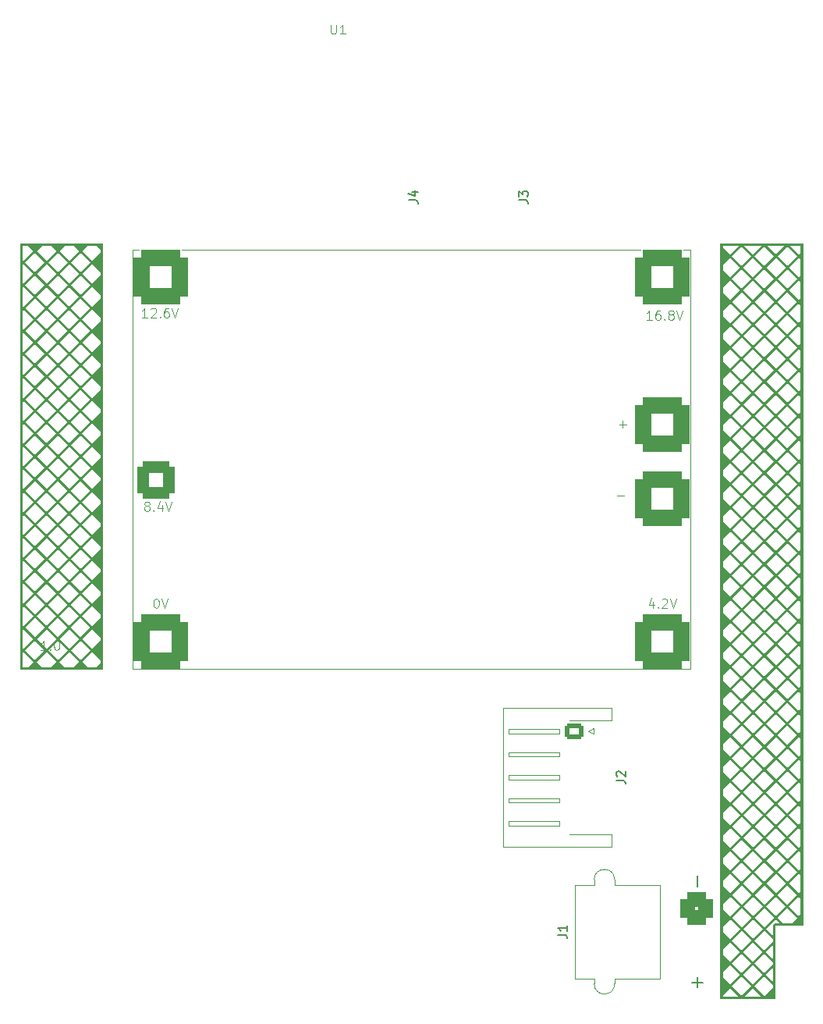
<source format=gto>
G04 #@! TF.GenerationSoftware,KiCad,Pcbnew,9.0.5*
G04 #@! TF.CreationDate,2026-01-05T14:43:58+01:00*
G04 #@! TF.ProjectId,peak-ignitor-box-bms,7065616b-2d69-4676-9e69-746f722d626f,rev?*
G04 #@! TF.SameCoordinates,Original*
G04 #@! TF.FileFunction,Legend,Top*
G04 #@! TF.FilePolarity,Positive*
%FSLAX46Y46*%
G04 Gerber Fmt 4.6, Leading zero omitted, Abs format (unit mm)*
G04 Created by KiCad (PCBNEW 9.0.5) date 2026-01-05 14:43:58*
%MOMM*%
%LPD*%
G01*
G04 APERTURE LIST*
G04 Aperture macros list*
%AMRoundRect*
0 Rectangle with rounded corners*
0 $1 Rounding radius*
0 $2 $3 $4 $5 $6 $7 $8 $9 X,Y pos of 4 corners*
0 Add a 4 corners polygon primitive as box body*
4,1,4,$2,$3,$4,$5,$6,$7,$8,$9,$2,$3,0*
0 Add four circle primitives for the rounded corners*
1,1,$1+$1,$2,$3*
1,1,$1+$1,$4,$5*
1,1,$1+$1,$6,$7*
1,1,$1+$1,$8,$9*
0 Add four rect primitives between the rounded corners*
20,1,$1+$1,$2,$3,$4,$5,0*
20,1,$1+$1,$4,$5,$6,$7,0*
20,1,$1+$1,$6,$7,$8,$9,0*
20,1,$1+$1,$8,$9,$2,$3,0*%
G04 Aperture macros list end*
%ADD10C,0.100000*%
%ADD11C,0.150000*%
%ADD12C,0.120000*%
%ADD13RoundRect,0.250000X-0.725000X0.600000X-0.725000X-0.600000X0.725000X-0.600000X0.725000X0.600000X0*%
%ADD14O,1.950000X1.700000*%
%ADD15C,7.500000*%
%ADD16RoundRect,0.900000X-2.100000X-2.100000X2.100000X-2.100000X2.100000X2.100000X-2.100000X2.100000X0*%
%ADD17RoundRect,0.600000X-1.400000X-1.400000X1.400000X-1.400000X1.400000X1.400000X-1.400000X1.400000X0*%
%ADD18C,1.400000*%
%ADD19RoundRect,0.770000X0.980000X-0.980000X0.980000X0.980000X-0.980000X0.980000X-0.980000X-0.980000X0*%
%ADD20C,3.500000*%
G04 APERTURE END LIST*
D10*
X80827693Y-77122419D02*
X80256265Y-77122419D01*
X80541979Y-77122419D02*
X80541979Y-76122419D01*
X80541979Y-76122419D02*
X80446741Y-76265276D01*
X80446741Y-76265276D02*
X80351503Y-76360514D01*
X80351503Y-76360514D02*
X80256265Y-76408133D01*
X81256265Y-77027180D02*
X81303884Y-77074800D01*
X81303884Y-77074800D02*
X81256265Y-77122419D01*
X81256265Y-77122419D02*
X81208646Y-77074800D01*
X81208646Y-77074800D02*
X81256265Y-77027180D01*
X81256265Y-77027180D02*
X81256265Y-77122419D01*
X81922931Y-76122419D02*
X82018169Y-76122419D01*
X82018169Y-76122419D02*
X82113407Y-76170038D01*
X82113407Y-76170038D02*
X82161026Y-76217657D01*
X82161026Y-76217657D02*
X82208645Y-76312895D01*
X82208645Y-76312895D02*
X82256264Y-76503371D01*
X82256264Y-76503371D02*
X82256264Y-76741466D01*
X82256264Y-76741466D02*
X82208645Y-76931942D01*
X82208645Y-76931942D02*
X82161026Y-77027180D01*
X82161026Y-77027180D02*
X82113407Y-77074800D01*
X82113407Y-77074800D02*
X82018169Y-77122419D01*
X82018169Y-77122419D02*
X81922931Y-77122419D01*
X81922931Y-77122419D02*
X81827693Y-77074800D01*
X81827693Y-77074800D02*
X81780074Y-77027180D01*
X81780074Y-77027180D02*
X81732455Y-76931942D01*
X81732455Y-76931942D02*
X81684836Y-76741466D01*
X81684836Y-76741466D02*
X81684836Y-76503371D01*
X81684836Y-76503371D02*
X81732455Y-76312895D01*
X81732455Y-76312895D02*
X81780074Y-76217657D01*
X81780074Y-76217657D02*
X81827693Y-76170038D01*
X81827693Y-76170038D02*
X81922931Y-76122419D01*
D11*
X142704819Y-91283333D02*
X143419104Y-91283333D01*
X143419104Y-91283333D02*
X143561961Y-91330952D01*
X143561961Y-91330952D02*
X143657200Y-91426190D01*
X143657200Y-91426190D02*
X143704819Y-91569047D01*
X143704819Y-91569047D02*
X143704819Y-91664285D01*
X142800057Y-90854761D02*
X142752438Y-90807142D01*
X142752438Y-90807142D02*
X142704819Y-90711904D01*
X142704819Y-90711904D02*
X142704819Y-90473809D01*
X142704819Y-90473809D02*
X142752438Y-90378571D01*
X142752438Y-90378571D02*
X142800057Y-90330952D01*
X142800057Y-90330952D02*
X142895295Y-90283333D01*
X142895295Y-90283333D02*
X142990533Y-90283333D01*
X142990533Y-90283333D02*
X143133390Y-90330952D01*
X143133390Y-90330952D02*
X143704819Y-90902380D01*
X143704819Y-90902380D02*
X143704819Y-90283333D01*
X120151411Y-28323718D02*
X120865696Y-28323718D01*
X120865696Y-28323718D02*
X121008553Y-28371337D01*
X121008553Y-28371337D02*
X121103792Y-28466575D01*
X121103792Y-28466575D02*
X121151411Y-28609432D01*
X121151411Y-28609432D02*
X121151411Y-28704670D01*
X120484744Y-27418956D02*
X121151411Y-27418956D01*
X120103792Y-27657051D02*
X120818077Y-27895146D01*
X120818077Y-27895146D02*
X120818077Y-27276099D01*
D10*
X111711964Y-9292548D02*
X111711964Y-10102071D01*
X111711964Y-10102071D02*
X111759583Y-10197309D01*
X111759583Y-10197309D02*
X111807202Y-10244929D01*
X111807202Y-10244929D02*
X111902440Y-10292548D01*
X111902440Y-10292548D02*
X112092916Y-10292548D01*
X112092916Y-10292548D02*
X112188154Y-10244929D01*
X112188154Y-10244929D02*
X112235773Y-10197309D01*
X112235773Y-10197309D02*
X112283392Y-10102071D01*
X112283392Y-10102071D02*
X112283392Y-9292548D01*
X113283392Y-10292548D02*
X112711964Y-10292548D01*
X112997678Y-10292548D02*
X112997678Y-9292548D01*
X112997678Y-9292548D02*
X112902440Y-9435405D01*
X112902440Y-9435405D02*
X112807202Y-9530643D01*
X112807202Y-9530643D02*
X112711964Y-9578262D01*
X146551562Y-41307548D02*
X145980134Y-41307548D01*
X146265848Y-41307548D02*
X146265848Y-40307548D01*
X146265848Y-40307548D02*
X146170610Y-40450405D01*
X146170610Y-40450405D02*
X146075372Y-40545643D01*
X146075372Y-40545643D02*
X145980134Y-40593262D01*
X147408705Y-40307548D02*
X147218229Y-40307548D01*
X147218229Y-40307548D02*
X147122991Y-40355167D01*
X147122991Y-40355167D02*
X147075372Y-40402786D01*
X147075372Y-40402786D02*
X146980134Y-40545643D01*
X146980134Y-40545643D02*
X146932515Y-40736119D01*
X146932515Y-40736119D02*
X146932515Y-41117071D01*
X146932515Y-41117071D02*
X146980134Y-41212309D01*
X146980134Y-41212309D02*
X147027753Y-41259929D01*
X147027753Y-41259929D02*
X147122991Y-41307548D01*
X147122991Y-41307548D02*
X147313467Y-41307548D01*
X147313467Y-41307548D02*
X147408705Y-41259929D01*
X147408705Y-41259929D02*
X147456324Y-41212309D01*
X147456324Y-41212309D02*
X147503943Y-41117071D01*
X147503943Y-41117071D02*
X147503943Y-40878976D01*
X147503943Y-40878976D02*
X147456324Y-40783738D01*
X147456324Y-40783738D02*
X147408705Y-40736119D01*
X147408705Y-40736119D02*
X147313467Y-40688500D01*
X147313467Y-40688500D02*
X147122991Y-40688500D01*
X147122991Y-40688500D02*
X147027753Y-40736119D01*
X147027753Y-40736119D02*
X146980134Y-40783738D01*
X146980134Y-40783738D02*
X146932515Y-40878976D01*
X147932515Y-41212309D02*
X147980134Y-41259929D01*
X147980134Y-41259929D02*
X147932515Y-41307548D01*
X147932515Y-41307548D02*
X147884896Y-41259929D01*
X147884896Y-41259929D02*
X147932515Y-41212309D01*
X147932515Y-41212309D02*
X147932515Y-41307548D01*
X148551562Y-40736119D02*
X148456324Y-40688500D01*
X148456324Y-40688500D02*
X148408705Y-40640881D01*
X148408705Y-40640881D02*
X148361086Y-40545643D01*
X148361086Y-40545643D02*
X148361086Y-40498024D01*
X148361086Y-40498024D02*
X148408705Y-40402786D01*
X148408705Y-40402786D02*
X148456324Y-40355167D01*
X148456324Y-40355167D02*
X148551562Y-40307548D01*
X148551562Y-40307548D02*
X148742038Y-40307548D01*
X148742038Y-40307548D02*
X148837276Y-40355167D01*
X148837276Y-40355167D02*
X148884895Y-40402786D01*
X148884895Y-40402786D02*
X148932514Y-40498024D01*
X148932514Y-40498024D02*
X148932514Y-40545643D01*
X148932514Y-40545643D02*
X148884895Y-40640881D01*
X148884895Y-40640881D02*
X148837276Y-40688500D01*
X148837276Y-40688500D02*
X148742038Y-40736119D01*
X148742038Y-40736119D02*
X148551562Y-40736119D01*
X148551562Y-40736119D02*
X148456324Y-40783738D01*
X148456324Y-40783738D02*
X148408705Y-40831357D01*
X148408705Y-40831357D02*
X148361086Y-40926595D01*
X148361086Y-40926595D02*
X148361086Y-41117071D01*
X148361086Y-41117071D02*
X148408705Y-41212309D01*
X148408705Y-41212309D02*
X148456324Y-41259929D01*
X148456324Y-41259929D02*
X148551562Y-41307548D01*
X148551562Y-41307548D02*
X148742038Y-41307548D01*
X148742038Y-41307548D02*
X148837276Y-41259929D01*
X148837276Y-41259929D02*
X148884895Y-41212309D01*
X148884895Y-41212309D02*
X148932514Y-41117071D01*
X148932514Y-41117071D02*
X148932514Y-40926595D01*
X148932514Y-40926595D02*
X148884895Y-40831357D01*
X148884895Y-40831357D02*
X148837276Y-40783738D01*
X148837276Y-40783738D02*
X148742038Y-40736119D01*
X149218229Y-40307548D02*
X149551562Y-41307548D01*
X149551562Y-41307548D02*
X149884895Y-40307548D01*
X146706324Y-71890881D02*
X146706324Y-72557548D01*
X146468229Y-71509929D02*
X146230134Y-72224214D01*
X146230134Y-72224214D02*
X146849181Y-72224214D01*
X147230134Y-72462309D02*
X147277753Y-72509929D01*
X147277753Y-72509929D02*
X147230134Y-72557548D01*
X147230134Y-72557548D02*
X147182515Y-72509929D01*
X147182515Y-72509929D02*
X147230134Y-72462309D01*
X147230134Y-72462309D02*
X147230134Y-72557548D01*
X147658705Y-71652786D02*
X147706324Y-71605167D01*
X147706324Y-71605167D02*
X147801562Y-71557548D01*
X147801562Y-71557548D02*
X148039657Y-71557548D01*
X148039657Y-71557548D02*
X148134895Y-71605167D01*
X148134895Y-71605167D02*
X148182514Y-71652786D01*
X148182514Y-71652786D02*
X148230133Y-71748024D01*
X148230133Y-71748024D02*
X148230133Y-71843262D01*
X148230133Y-71843262D02*
X148182514Y-71986119D01*
X148182514Y-71986119D02*
X147611086Y-72557548D01*
X147611086Y-72557548D02*
X148230133Y-72557548D01*
X148515848Y-71557548D02*
X148849181Y-72557548D01*
X148849181Y-72557548D02*
X149182514Y-71557548D01*
X142777753Y-60426595D02*
X143539658Y-60426595D01*
X91670610Y-61486119D02*
X91575372Y-61438500D01*
X91575372Y-61438500D02*
X91527753Y-61390881D01*
X91527753Y-61390881D02*
X91480134Y-61295643D01*
X91480134Y-61295643D02*
X91480134Y-61248024D01*
X91480134Y-61248024D02*
X91527753Y-61152786D01*
X91527753Y-61152786D02*
X91575372Y-61105167D01*
X91575372Y-61105167D02*
X91670610Y-61057548D01*
X91670610Y-61057548D02*
X91861086Y-61057548D01*
X91861086Y-61057548D02*
X91956324Y-61105167D01*
X91956324Y-61105167D02*
X92003943Y-61152786D01*
X92003943Y-61152786D02*
X92051562Y-61248024D01*
X92051562Y-61248024D02*
X92051562Y-61295643D01*
X92051562Y-61295643D02*
X92003943Y-61390881D01*
X92003943Y-61390881D02*
X91956324Y-61438500D01*
X91956324Y-61438500D02*
X91861086Y-61486119D01*
X91861086Y-61486119D02*
X91670610Y-61486119D01*
X91670610Y-61486119D02*
X91575372Y-61533738D01*
X91575372Y-61533738D02*
X91527753Y-61581357D01*
X91527753Y-61581357D02*
X91480134Y-61676595D01*
X91480134Y-61676595D02*
X91480134Y-61867071D01*
X91480134Y-61867071D02*
X91527753Y-61962309D01*
X91527753Y-61962309D02*
X91575372Y-62009929D01*
X91575372Y-62009929D02*
X91670610Y-62057548D01*
X91670610Y-62057548D02*
X91861086Y-62057548D01*
X91861086Y-62057548D02*
X91956324Y-62009929D01*
X91956324Y-62009929D02*
X92003943Y-61962309D01*
X92003943Y-61962309D02*
X92051562Y-61867071D01*
X92051562Y-61867071D02*
X92051562Y-61676595D01*
X92051562Y-61676595D02*
X92003943Y-61581357D01*
X92003943Y-61581357D02*
X91956324Y-61533738D01*
X91956324Y-61533738D02*
X91861086Y-61486119D01*
X92480134Y-61962309D02*
X92527753Y-62009929D01*
X92527753Y-62009929D02*
X92480134Y-62057548D01*
X92480134Y-62057548D02*
X92432515Y-62009929D01*
X92432515Y-62009929D02*
X92480134Y-61962309D01*
X92480134Y-61962309D02*
X92480134Y-62057548D01*
X93384895Y-61390881D02*
X93384895Y-62057548D01*
X93146800Y-61009929D02*
X92908705Y-61724214D01*
X92908705Y-61724214D02*
X93527752Y-61724214D01*
X93765848Y-61057548D02*
X94099181Y-62057548D01*
X94099181Y-62057548D02*
X94432514Y-61057548D01*
X143027753Y-52676595D02*
X143789658Y-52676595D01*
X143408705Y-53057548D02*
X143408705Y-52295643D01*
X91801562Y-41057548D02*
X91230134Y-41057548D01*
X91515848Y-41057548D02*
X91515848Y-40057548D01*
X91515848Y-40057548D02*
X91420610Y-40200405D01*
X91420610Y-40200405D02*
X91325372Y-40295643D01*
X91325372Y-40295643D02*
X91230134Y-40343262D01*
X92182515Y-40152786D02*
X92230134Y-40105167D01*
X92230134Y-40105167D02*
X92325372Y-40057548D01*
X92325372Y-40057548D02*
X92563467Y-40057548D01*
X92563467Y-40057548D02*
X92658705Y-40105167D01*
X92658705Y-40105167D02*
X92706324Y-40152786D01*
X92706324Y-40152786D02*
X92753943Y-40248024D01*
X92753943Y-40248024D02*
X92753943Y-40343262D01*
X92753943Y-40343262D02*
X92706324Y-40486119D01*
X92706324Y-40486119D02*
X92134896Y-41057548D01*
X92134896Y-41057548D02*
X92753943Y-41057548D01*
X93182515Y-40962309D02*
X93230134Y-41009929D01*
X93230134Y-41009929D02*
X93182515Y-41057548D01*
X93182515Y-41057548D02*
X93134896Y-41009929D01*
X93134896Y-41009929D02*
X93182515Y-40962309D01*
X93182515Y-40962309D02*
X93182515Y-41057548D01*
X94087276Y-40057548D02*
X93896800Y-40057548D01*
X93896800Y-40057548D02*
X93801562Y-40105167D01*
X93801562Y-40105167D02*
X93753943Y-40152786D01*
X93753943Y-40152786D02*
X93658705Y-40295643D01*
X93658705Y-40295643D02*
X93611086Y-40486119D01*
X93611086Y-40486119D02*
X93611086Y-40867071D01*
X93611086Y-40867071D02*
X93658705Y-40962309D01*
X93658705Y-40962309D02*
X93706324Y-41009929D01*
X93706324Y-41009929D02*
X93801562Y-41057548D01*
X93801562Y-41057548D02*
X93992038Y-41057548D01*
X93992038Y-41057548D02*
X94087276Y-41009929D01*
X94087276Y-41009929D02*
X94134895Y-40962309D01*
X94134895Y-40962309D02*
X94182514Y-40867071D01*
X94182514Y-40867071D02*
X94182514Y-40628976D01*
X94182514Y-40628976D02*
X94134895Y-40533738D01*
X94134895Y-40533738D02*
X94087276Y-40486119D01*
X94087276Y-40486119D02*
X93992038Y-40438500D01*
X93992038Y-40438500D02*
X93801562Y-40438500D01*
X93801562Y-40438500D02*
X93706324Y-40486119D01*
X93706324Y-40486119D02*
X93658705Y-40533738D01*
X93658705Y-40533738D02*
X93611086Y-40628976D01*
X94468229Y-40057548D02*
X94801562Y-41057548D01*
X94801562Y-41057548D02*
X95134895Y-40057548D01*
X92718229Y-71557548D02*
X92813467Y-71557548D01*
X92813467Y-71557548D02*
X92908705Y-71605167D01*
X92908705Y-71605167D02*
X92956324Y-71652786D01*
X92956324Y-71652786D02*
X93003943Y-71748024D01*
X93003943Y-71748024D02*
X93051562Y-71938500D01*
X93051562Y-71938500D02*
X93051562Y-72176595D01*
X93051562Y-72176595D02*
X93003943Y-72367071D01*
X93003943Y-72367071D02*
X92956324Y-72462309D01*
X92956324Y-72462309D02*
X92908705Y-72509929D01*
X92908705Y-72509929D02*
X92813467Y-72557548D01*
X92813467Y-72557548D02*
X92718229Y-72557548D01*
X92718229Y-72557548D02*
X92622991Y-72509929D01*
X92622991Y-72509929D02*
X92575372Y-72462309D01*
X92575372Y-72462309D02*
X92527753Y-72367071D01*
X92527753Y-72367071D02*
X92480134Y-72176595D01*
X92480134Y-72176595D02*
X92480134Y-71938500D01*
X92480134Y-71938500D02*
X92527753Y-71748024D01*
X92527753Y-71748024D02*
X92575372Y-71652786D01*
X92575372Y-71652786D02*
X92622991Y-71605167D01*
X92622991Y-71605167D02*
X92718229Y-71557548D01*
X93337277Y-71557548D02*
X93670610Y-72557548D01*
X93670610Y-72557548D02*
X94003943Y-71557548D01*
D11*
X136363837Y-108028440D02*
X137078122Y-108028440D01*
X137078122Y-108028440D02*
X137220979Y-108076059D01*
X137220979Y-108076059D02*
X137316218Y-108171297D01*
X137316218Y-108171297D02*
X137363837Y-108314154D01*
X137363837Y-108314154D02*
X137363837Y-108409392D01*
X137363837Y-107028440D02*
X137363837Y-107599868D01*
X137363837Y-107314154D02*
X136363837Y-107314154D01*
X136363837Y-107314154D02*
X136506694Y-107409392D01*
X136506694Y-107409392D02*
X136601932Y-107504630D01*
X136601932Y-107504630D02*
X136649551Y-107599868D01*
X151523718Y-113766535D02*
X151523718Y-112623678D01*
X152095146Y-113195106D02*
X150952289Y-113195106D01*
X151523718Y-102766535D02*
X151523718Y-101623678D01*
X132135935Y-28330034D02*
X132850220Y-28330034D01*
X132850220Y-28330034D02*
X132993077Y-28377653D01*
X132993077Y-28377653D02*
X133088316Y-28472891D01*
X133088316Y-28472891D02*
X133135935Y-28615748D01*
X133135935Y-28615748D02*
X133135935Y-28710986D01*
X132135935Y-27949081D02*
X132135935Y-27330034D01*
X132135935Y-27330034D02*
X132516887Y-27663367D01*
X132516887Y-27663367D02*
X132516887Y-27520510D01*
X132516887Y-27520510D02*
X132564506Y-27425272D01*
X132564506Y-27425272D02*
X132612125Y-27377653D01*
X132612125Y-27377653D02*
X132707363Y-27330034D01*
X132707363Y-27330034D02*
X132945458Y-27330034D01*
X132945458Y-27330034D02*
X133040696Y-27377653D01*
X133040696Y-27377653D02*
X133088316Y-27425272D01*
X133088316Y-27425272D02*
X133135935Y-27520510D01*
X133135935Y-27520510D02*
X133135935Y-27806224D01*
X133135935Y-27806224D02*
X133088316Y-27901462D01*
X133088316Y-27901462D02*
X133040696Y-27949081D01*
D12*
X130440000Y-83390000D02*
X142160000Y-83390000D01*
X130440000Y-90950000D02*
X130440000Y-83390000D01*
X130440000Y-90950000D02*
X130440000Y-98510000D01*
X130440000Y-98510000D02*
X142160000Y-98510000D01*
X131050000Y-85700000D02*
X131050000Y-86200000D01*
X131050000Y-86200000D02*
X136550000Y-86200000D01*
X131050000Y-88200000D02*
X131050000Y-88700000D01*
X131050000Y-88700000D02*
X136550000Y-88700000D01*
X131050000Y-90700000D02*
X131050000Y-91200000D01*
X131050000Y-91200000D02*
X136550000Y-91200000D01*
X131050000Y-93200000D02*
X131050000Y-93700000D01*
X131050000Y-93700000D02*
X136550000Y-93700000D01*
X131050000Y-95700000D02*
X131050000Y-96200000D01*
X131050000Y-96200000D02*
X136550000Y-96200000D01*
X136550000Y-85700000D02*
X131050000Y-85700000D01*
X136550000Y-86200000D02*
X136550000Y-85700000D01*
X136550000Y-88200000D02*
X131050000Y-88200000D01*
X136550000Y-88700000D02*
X136550000Y-88200000D01*
X136550000Y-90700000D02*
X131050000Y-90700000D01*
X136550000Y-91200000D02*
X136550000Y-90700000D01*
X136550000Y-93200000D02*
X131050000Y-93200000D01*
X136550000Y-93700000D02*
X136550000Y-93200000D01*
X136550000Y-95700000D02*
X131050000Y-95700000D01*
X136550000Y-96200000D02*
X136550000Y-95700000D01*
X139650000Y-85950000D02*
X140250000Y-85650000D01*
X140250000Y-85650000D02*
X140250000Y-86250000D01*
X140250000Y-86250000D02*
X139650000Y-85950000D01*
X142160000Y-83390000D02*
X142160000Y-84810000D01*
X142160000Y-84810000D02*
X137660000Y-84810000D01*
X142160000Y-97090000D02*
X137660000Y-97090000D01*
X142160000Y-98510000D02*
X142160000Y-97090000D01*
D10*
X90223869Y-33685129D02*
X150723869Y-33685129D01*
X150723869Y-79185129D01*
X90223869Y-79185129D01*
X90223869Y-33685129D01*
D12*
X138199018Y-102635107D02*
X140299018Y-102635107D01*
X138199018Y-112755107D02*
X138199018Y-102635107D01*
X138199018Y-112755107D02*
X140299018Y-112755107D01*
X140299018Y-102635107D02*
X140299018Y-102045107D01*
X140299018Y-113345107D02*
X140299018Y-112755107D01*
X142519018Y-102635107D02*
X142519018Y-102045107D01*
X142519018Y-102635107D02*
X147419018Y-102635107D01*
X142519018Y-112755107D02*
X147419018Y-112755107D01*
X142519018Y-113345107D02*
X142519018Y-112755107D01*
X147419018Y-112755107D02*
X147419018Y-102635107D01*
X140299018Y-102045107D02*
G75*
G02*
X142519018Y-102045107I1110000J0D01*
G01*
X142519018Y-113345107D02*
G75*
G02*
X140299018Y-113345107I-1110000J0D01*
G01*
G36*
X162985648Y-33014352D02*
G01*
X163000000Y-33049000D01*
X163000000Y-106951000D01*
X162985648Y-106985648D01*
X162951000Y-107000000D01*
X160000000Y-107000000D01*
X160000000Y-114951000D01*
X159985648Y-114985648D01*
X159951000Y-115000000D01*
X154049000Y-115000000D01*
X154014352Y-114985648D01*
X154000000Y-114951000D01*
X154000000Y-114539130D01*
X154299000Y-114539130D01*
X154299000Y-114701000D01*
X155992446Y-114701000D01*
X156612004Y-114701000D01*
X158467319Y-114701000D01*
X157539661Y-113773342D01*
X156612004Y-114701000D01*
X155992446Y-114701000D01*
X155064788Y-113773342D01*
X154299000Y-114539130D01*
X154000000Y-114539130D01*
X154000000Y-113597980D01*
X155240150Y-113597980D01*
X156302225Y-114660055D01*
X157364300Y-113597980D01*
X157715023Y-113597980D01*
X158777098Y-114660054D01*
X159752000Y-113685153D01*
X159752000Y-113510807D01*
X158777098Y-112535905D01*
X157715023Y-113597980D01*
X157364300Y-113597980D01*
X156302225Y-112535905D01*
X155240150Y-113597980D01*
X154000000Y-113597980D01*
X154000000Y-112064256D01*
X154299000Y-112064256D01*
X154299000Y-112656830D01*
X155064788Y-113422618D01*
X156126863Y-112360543D01*
X156477587Y-112360543D01*
X157539661Y-113422617D01*
X158601736Y-112360543D01*
X158952460Y-112360543D01*
X159752000Y-113160083D01*
X159752000Y-111561003D01*
X158952460Y-112360543D01*
X158601736Y-112360543D01*
X157539661Y-111298468D01*
X156477587Y-112360543D01*
X156126863Y-112360543D01*
X155064788Y-111298468D01*
X154299000Y-112064256D01*
X154000000Y-112064256D01*
X154000000Y-111123106D01*
X155240150Y-111123106D01*
X156302225Y-112185181D01*
X157364300Y-111123106D01*
X157715023Y-111123106D01*
X158777098Y-112185180D01*
X159752000Y-111210279D01*
X159752000Y-111035933D01*
X158777098Y-110061031D01*
X157715023Y-111123106D01*
X157364300Y-111123106D01*
X156302225Y-110061031D01*
X155240150Y-111123106D01*
X154000000Y-111123106D01*
X154000000Y-109589382D01*
X154299000Y-109589382D01*
X154299000Y-110181956D01*
X155064788Y-110947744D01*
X156126862Y-109885669D01*
X156477587Y-109885669D01*
X157539661Y-110947743D01*
X158601736Y-109885669D01*
X158952460Y-109885669D01*
X159752000Y-110685209D01*
X159752000Y-109086129D01*
X158952460Y-109885669D01*
X158601736Y-109885669D01*
X157539661Y-108823594D01*
X156477587Y-109885669D01*
X156126862Y-109885669D01*
X155064787Y-108823594D01*
X154299000Y-109589382D01*
X154000000Y-109589382D01*
X154000000Y-108648232D01*
X155240150Y-108648232D01*
X156302225Y-109710307D01*
X157364299Y-108648232D01*
X157715023Y-108648232D01*
X158777098Y-109710307D01*
X159752000Y-108735405D01*
X159752000Y-108561060D01*
X158777098Y-107586158D01*
X157715023Y-108648232D01*
X157364299Y-108648232D01*
X156302225Y-107586158D01*
X155240150Y-108648232D01*
X154000000Y-108648232D01*
X154000000Y-107114509D01*
X154299000Y-107114509D01*
X154299000Y-107707083D01*
X155064788Y-108472871D01*
X156126863Y-107410796D01*
X156477587Y-107410796D01*
X157539661Y-108472870D01*
X158601736Y-107410796D01*
X158952460Y-107410796D01*
X159752000Y-108210336D01*
X159752000Y-106949867D01*
X159755730Y-106931116D01*
X159778566Y-106875985D01*
X159789188Y-106860088D01*
X159860088Y-106789188D01*
X159875985Y-106778566D01*
X159931116Y-106755730D01*
X159949867Y-106752000D01*
X160417814Y-106752000D01*
X160014535Y-106348721D01*
X158952460Y-107410796D01*
X158601736Y-107410796D01*
X157539661Y-106348721D01*
X156477587Y-107410796D01*
X156126863Y-107410796D01*
X155064788Y-106348721D01*
X154299000Y-107114509D01*
X154000000Y-107114509D01*
X154000000Y-106173359D01*
X155240150Y-106173359D01*
X156302225Y-107235434D01*
X157364300Y-106173359D01*
X157715023Y-106173359D01*
X158777098Y-107235433D01*
X159839173Y-106173359D01*
X160189897Y-106173359D01*
X160768538Y-106752000D01*
X161735406Y-106752000D01*
X162314047Y-106173359D01*
X161251972Y-105111284D01*
X160189897Y-106173359D01*
X159839173Y-106173359D01*
X158777098Y-105111284D01*
X157715023Y-106173359D01*
X157364300Y-106173359D01*
X156302225Y-105111284D01*
X155240150Y-106173359D01*
X154000000Y-106173359D01*
X154000000Y-104639635D01*
X154299000Y-104639635D01*
X154299000Y-105232209D01*
X155064788Y-105997997D01*
X156126863Y-104935922D01*
X156477587Y-104935922D01*
X157539661Y-105997996D01*
X158601736Y-104935922D01*
X158952460Y-104935922D01*
X160014535Y-105997997D01*
X161076610Y-104935922D01*
X161427334Y-104935922D01*
X162489409Y-105997997D01*
X162701000Y-105786406D01*
X162701000Y-104085438D01*
X162489409Y-103873847D01*
X161427334Y-104935922D01*
X161076610Y-104935922D01*
X160014535Y-103873847D01*
X158952460Y-104935922D01*
X158601736Y-104935922D01*
X157539661Y-103873847D01*
X156477587Y-104935922D01*
X156126863Y-104935922D01*
X155064788Y-103873847D01*
X154299000Y-104639635D01*
X154000000Y-104639635D01*
X154000000Y-103698485D01*
X155240150Y-103698485D01*
X156302225Y-104760560D01*
X157364300Y-103698485D01*
X157715023Y-103698485D01*
X158777098Y-104760559D01*
X159839173Y-103698485D01*
X160189897Y-103698485D01*
X161251972Y-104760560D01*
X162314047Y-103698485D01*
X161251972Y-102636410D01*
X160189897Y-103698485D01*
X159839173Y-103698485D01*
X158777098Y-102636410D01*
X157715023Y-103698485D01*
X157364300Y-103698485D01*
X156302225Y-102636410D01*
X155240150Y-103698485D01*
X154000000Y-103698485D01*
X154000000Y-102164761D01*
X154299000Y-102164761D01*
X154299000Y-102757335D01*
X155064788Y-103523123D01*
X156126863Y-102461048D01*
X156477587Y-102461048D01*
X157539661Y-103523122D01*
X158601736Y-102461048D01*
X158952460Y-102461048D01*
X160014535Y-103523123D01*
X161076610Y-102461048D01*
X161427334Y-102461048D01*
X162489409Y-103523123D01*
X162701000Y-103311532D01*
X162701000Y-101610564D01*
X162489409Y-101398973D01*
X161427334Y-102461048D01*
X161076610Y-102461048D01*
X160014535Y-101398973D01*
X158952460Y-102461048D01*
X158601736Y-102461048D01*
X157539661Y-101398973D01*
X156477587Y-102461048D01*
X156126863Y-102461048D01*
X155064788Y-101398973D01*
X154299000Y-102164761D01*
X154000000Y-102164761D01*
X154000000Y-101223611D01*
X155240150Y-101223611D01*
X156302225Y-102285686D01*
X157364300Y-101223611D01*
X157715023Y-101223611D01*
X158777098Y-102285685D01*
X159839173Y-101223611D01*
X160189897Y-101223611D01*
X161251972Y-102285686D01*
X162314047Y-101223611D01*
X161251972Y-100161536D01*
X160189897Y-101223611D01*
X159839173Y-101223611D01*
X158777098Y-100161536D01*
X157715023Y-101223611D01*
X157364300Y-101223611D01*
X156302225Y-100161536D01*
X155240150Y-101223611D01*
X154000000Y-101223611D01*
X154000000Y-99689887D01*
X154299000Y-99689887D01*
X154299000Y-100282461D01*
X155064788Y-101048249D01*
X156126862Y-99986174D01*
X156477587Y-99986174D01*
X157539661Y-101048248D01*
X158601736Y-99986174D01*
X158952460Y-99986174D01*
X160014535Y-101048249D01*
X161076609Y-99986174D01*
X161427334Y-99986174D01*
X162489409Y-101048249D01*
X162701000Y-100836658D01*
X162701000Y-99135690D01*
X162489409Y-98924099D01*
X161427334Y-99986174D01*
X161076609Y-99986174D01*
X160014535Y-98924099D01*
X158952460Y-99986174D01*
X158601736Y-99986174D01*
X157539661Y-98924099D01*
X156477587Y-99986174D01*
X156126862Y-99986174D01*
X155064787Y-98924099D01*
X154299000Y-99689887D01*
X154000000Y-99689887D01*
X154000000Y-98748737D01*
X155240150Y-98748737D01*
X156302225Y-99810812D01*
X157364299Y-98748737D01*
X157715023Y-98748737D01*
X158777098Y-99810812D01*
X159839172Y-98748737D01*
X160189897Y-98748737D01*
X161251972Y-99810812D01*
X162314046Y-98748737D01*
X161251972Y-97686663D01*
X160189897Y-98748737D01*
X159839172Y-98748737D01*
X158777098Y-97686663D01*
X157715023Y-98748737D01*
X157364299Y-98748737D01*
X156302225Y-97686663D01*
X155240150Y-98748737D01*
X154000000Y-98748737D01*
X154000000Y-97215014D01*
X154299000Y-97215014D01*
X154299000Y-97807588D01*
X155064788Y-98573376D01*
X156126863Y-97511301D01*
X156477587Y-97511301D01*
X157539661Y-98573375D01*
X158601736Y-97511301D01*
X158952460Y-97511301D01*
X160014535Y-98573376D01*
X161076610Y-97511301D01*
X161427334Y-97511301D01*
X162489409Y-98573376D01*
X162701000Y-98361785D01*
X162701000Y-96660817D01*
X162489409Y-96449226D01*
X161427334Y-97511301D01*
X161076610Y-97511301D01*
X160014535Y-96449226D01*
X158952460Y-97511301D01*
X158601736Y-97511301D01*
X157539661Y-96449226D01*
X156477587Y-97511301D01*
X156126863Y-97511301D01*
X155064788Y-96449226D01*
X154299000Y-97215014D01*
X154000000Y-97215014D01*
X154000000Y-96273864D01*
X155240150Y-96273864D01*
X156302225Y-97335939D01*
X157364300Y-96273864D01*
X157715023Y-96273864D01*
X158777098Y-97335938D01*
X159839173Y-96273864D01*
X160189897Y-96273864D01*
X161251972Y-97335939D01*
X162314047Y-96273864D01*
X161251972Y-95211789D01*
X160189897Y-96273864D01*
X159839173Y-96273864D01*
X158777098Y-95211789D01*
X157715023Y-96273864D01*
X157364300Y-96273864D01*
X156302225Y-95211789D01*
X155240150Y-96273864D01*
X154000000Y-96273864D01*
X154000000Y-94740140D01*
X154299000Y-94740140D01*
X154299000Y-95332714D01*
X155064788Y-96098502D01*
X156126863Y-95036427D01*
X156477587Y-95036427D01*
X157539661Y-96098501D01*
X158601736Y-95036427D01*
X158952460Y-95036427D01*
X160014535Y-96098502D01*
X161076610Y-95036427D01*
X161427334Y-95036427D01*
X162489409Y-96098502D01*
X162701000Y-95886911D01*
X162701000Y-94185943D01*
X162489409Y-93974352D01*
X161427334Y-95036427D01*
X161076610Y-95036427D01*
X160014535Y-93974352D01*
X158952460Y-95036427D01*
X158601736Y-95036427D01*
X157539661Y-93974352D01*
X156477587Y-95036427D01*
X156126863Y-95036427D01*
X155064788Y-93974352D01*
X154299000Y-94740140D01*
X154000000Y-94740140D01*
X154000000Y-93798990D01*
X155240150Y-93798990D01*
X156302225Y-94861065D01*
X157364300Y-93798990D01*
X157715023Y-93798990D01*
X158777098Y-94861064D01*
X159839173Y-93798990D01*
X160189897Y-93798990D01*
X161251972Y-94861065D01*
X162314047Y-93798990D01*
X161251972Y-92736915D01*
X160189897Y-93798990D01*
X159839173Y-93798990D01*
X158777098Y-92736915D01*
X157715023Y-93798990D01*
X157364300Y-93798990D01*
X156302225Y-92736915D01*
X155240150Y-93798990D01*
X154000000Y-93798990D01*
X154000000Y-92265266D01*
X154299000Y-92265266D01*
X154299000Y-92857840D01*
X155064788Y-93623628D01*
X156126863Y-92561553D01*
X156477587Y-92561553D01*
X157539661Y-93623627D01*
X158601736Y-92561553D01*
X158952460Y-92561553D01*
X160014535Y-93623628D01*
X161076610Y-92561553D01*
X161427334Y-92561553D01*
X162489409Y-93623628D01*
X162701000Y-93412037D01*
X162701000Y-91711069D01*
X162489409Y-91499478D01*
X161427334Y-92561553D01*
X161076610Y-92561553D01*
X160014535Y-91499478D01*
X158952460Y-92561553D01*
X158601736Y-92561553D01*
X157539661Y-91499478D01*
X156477587Y-92561553D01*
X156126863Y-92561553D01*
X155064788Y-91499478D01*
X154299000Y-92265266D01*
X154000000Y-92265266D01*
X154000000Y-91324116D01*
X155240150Y-91324116D01*
X156302225Y-92386191D01*
X157364299Y-91324116D01*
X157715023Y-91324116D01*
X158777098Y-92386190D01*
X159839172Y-91324116D01*
X160189897Y-91324116D01*
X161251972Y-92386191D01*
X162314046Y-91324116D01*
X161251972Y-90262041D01*
X160189897Y-91324116D01*
X159839172Y-91324116D01*
X158777098Y-90262041D01*
X157715023Y-91324116D01*
X157364299Y-91324116D01*
X156302225Y-90262041D01*
X155240150Y-91324116D01*
X154000000Y-91324116D01*
X154000000Y-89790393D01*
X154299000Y-89790393D01*
X154299000Y-90382966D01*
X155064788Y-91148754D01*
X156126862Y-90086679D01*
X156477587Y-90086679D01*
X157539661Y-91148754D01*
X158601736Y-90086679D01*
X158952460Y-90086679D01*
X160014535Y-91148754D01*
X161076609Y-90086679D01*
X161427334Y-90086679D01*
X162489408Y-91148754D01*
X162701000Y-90937163D01*
X162701000Y-89236196D01*
X162489409Y-89024605D01*
X161427334Y-90086679D01*
X161076609Y-90086679D01*
X160014535Y-89024605D01*
X158952460Y-90086679D01*
X158601736Y-90086679D01*
X157539661Y-89024605D01*
X156477587Y-90086679D01*
X156126862Y-90086679D01*
X155064788Y-89024605D01*
X154299000Y-89790393D01*
X154000000Y-89790393D01*
X154000000Y-88849243D01*
X155240150Y-88849243D01*
X156302225Y-89911318D01*
X157364300Y-88849243D01*
X157715023Y-88849243D01*
X158777098Y-89911317D01*
X159839173Y-88849243D01*
X160189897Y-88849243D01*
X161251972Y-89911318D01*
X162314047Y-88849243D01*
X161251972Y-87787168D01*
X160189897Y-88849243D01*
X159839173Y-88849243D01*
X158777098Y-87787168D01*
X157715023Y-88849243D01*
X157364300Y-88849243D01*
X156302225Y-87787168D01*
X155240150Y-88849243D01*
X154000000Y-88849243D01*
X154000000Y-87315519D01*
X154299000Y-87315519D01*
X154299000Y-87908093D01*
X155064788Y-88673881D01*
X156126863Y-87611806D01*
X156477587Y-87611806D01*
X157539661Y-88673880D01*
X158601736Y-87611806D01*
X158952460Y-87611806D01*
X160014535Y-88673881D01*
X161076610Y-87611806D01*
X161427334Y-87611806D01*
X162489409Y-88673881D01*
X162701000Y-88462290D01*
X162701000Y-86761322D01*
X162489409Y-86549731D01*
X161427334Y-87611806D01*
X161076610Y-87611806D01*
X160014535Y-86549731D01*
X158952460Y-87611806D01*
X158601736Y-87611806D01*
X157539661Y-86549731D01*
X156477587Y-87611806D01*
X156126863Y-87611806D01*
X155064788Y-86549731D01*
X154299000Y-87315519D01*
X154000000Y-87315519D01*
X154000000Y-86374369D01*
X155240150Y-86374369D01*
X156302225Y-87436444D01*
X157364300Y-86374369D01*
X157715023Y-86374369D01*
X158777098Y-87436443D01*
X159839173Y-86374369D01*
X160189897Y-86374369D01*
X161251972Y-87436444D01*
X162314047Y-86374369D01*
X161251972Y-85312294D01*
X160189897Y-86374369D01*
X159839173Y-86374369D01*
X158777098Y-85312294D01*
X157715023Y-86374369D01*
X157364300Y-86374369D01*
X156302225Y-85312294D01*
X155240150Y-86374369D01*
X154000000Y-86374369D01*
X154000000Y-84840645D01*
X154299000Y-84840645D01*
X154299000Y-85433219D01*
X155064788Y-86199007D01*
X156126863Y-85136932D01*
X156477587Y-85136932D01*
X157539661Y-86199006D01*
X158601736Y-85136932D01*
X158952460Y-85136932D01*
X160014535Y-86199007D01*
X161076610Y-85136932D01*
X161427334Y-85136932D01*
X162489409Y-86199007D01*
X162701000Y-85987416D01*
X162701000Y-84286448D01*
X162489409Y-84074857D01*
X161427334Y-85136932D01*
X161076610Y-85136932D01*
X160014535Y-84074857D01*
X158952460Y-85136932D01*
X158601736Y-85136932D01*
X157539661Y-84074857D01*
X156477587Y-85136932D01*
X156126863Y-85136932D01*
X155064788Y-84074857D01*
X154299000Y-84840645D01*
X154000000Y-84840645D01*
X154000000Y-83899495D01*
X155240150Y-83899495D01*
X156302225Y-84961570D01*
X157364300Y-83899495D01*
X157715023Y-83899495D01*
X158777098Y-84961569D01*
X159839173Y-83899495D01*
X160189897Y-83899495D01*
X161251972Y-84961570D01*
X162314047Y-83899495D01*
X161251972Y-82837420D01*
X160189897Y-83899495D01*
X159839173Y-83899495D01*
X158777098Y-82837420D01*
X157715023Y-83899495D01*
X157364300Y-83899495D01*
X156302225Y-82837420D01*
X155240150Y-83899495D01*
X154000000Y-83899495D01*
X154000000Y-82365771D01*
X154299000Y-82365771D01*
X154299000Y-82958345D01*
X155064788Y-83724133D01*
X156126863Y-82662058D01*
X156477587Y-82662058D01*
X157539661Y-83724132D01*
X158601736Y-82662058D01*
X158952460Y-82662058D01*
X160014535Y-83724133D01*
X161076610Y-82662058D01*
X161427334Y-82662058D01*
X162489409Y-83724133D01*
X162701000Y-83512542D01*
X162701000Y-81811574D01*
X162489409Y-81599983D01*
X161427334Y-82662058D01*
X161076610Y-82662058D01*
X160014535Y-81599983D01*
X158952460Y-82662058D01*
X158601736Y-82662058D01*
X157539661Y-81599983D01*
X156477587Y-82662058D01*
X156126863Y-82662058D01*
X155064788Y-81599983D01*
X154299000Y-82365771D01*
X154000000Y-82365771D01*
X154000000Y-81424621D01*
X155240150Y-81424621D01*
X156302225Y-82486696D01*
X157364299Y-81424621D01*
X157715023Y-81424621D01*
X158777098Y-82486695D01*
X159839172Y-81424621D01*
X160189897Y-81424621D01*
X161251972Y-82486696D01*
X162314046Y-81424621D01*
X161251972Y-80362546D01*
X160189897Y-81424621D01*
X159839172Y-81424621D01*
X158777098Y-80362546D01*
X157715023Y-81424621D01*
X157364299Y-81424621D01*
X156302225Y-80362546D01*
X155240150Y-81424621D01*
X154000000Y-81424621D01*
X154000000Y-79890898D01*
X154299000Y-79890898D01*
X154299000Y-80483471D01*
X155064788Y-81249259D01*
X156126862Y-80187184D01*
X156477587Y-80187184D01*
X157539661Y-81249259D01*
X158601736Y-80187184D01*
X158952460Y-80187184D01*
X160014535Y-81249259D01*
X161076609Y-80187184D01*
X161427334Y-80187184D01*
X162489408Y-81249259D01*
X162701000Y-81037668D01*
X162701000Y-79336701D01*
X162489409Y-79125110D01*
X161427334Y-80187184D01*
X161076609Y-80187184D01*
X160014535Y-79125110D01*
X158952460Y-80187184D01*
X158601736Y-80187184D01*
X157539661Y-79125110D01*
X156477587Y-80187184D01*
X156126862Y-80187184D01*
X155064788Y-79125110D01*
X154299000Y-79890898D01*
X154000000Y-79890898D01*
X154000000Y-78949748D01*
X155240150Y-78949748D01*
X156302225Y-80011823D01*
X157364300Y-78949748D01*
X157715023Y-78949748D01*
X158777098Y-80011822D01*
X159839173Y-78949748D01*
X160189897Y-78949748D01*
X161251972Y-80011823D01*
X162314047Y-78949748D01*
X161251972Y-77887673D01*
X160189897Y-78949748D01*
X159839173Y-78949748D01*
X158777098Y-77887673D01*
X157715023Y-78949748D01*
X157364300Y-78949748D01*
X156302225Y-77887673D01*
X155240150Y-78949748D01*
X154000000Y-78949748D01*
X154000000Y-77416024D01*
X154299000Y-77416024D01*
X154299000Y-78008598D01*
X155064788Y-78774386D01*
X156126863Y-77712311D01*
X156477587Y-77712311D01*
X157539661Y-78774385D01*
X158601736Y-77712311D01*
X158952460Y-77712311D01*
X160014535Y-78774386D01*
X161076610Y-77712311D01*
X161427334Y-77712311D01*
X162489409Y-78774386D01*
X162701000Y-78562795D01*
X162701000Y-76861827D01*
X162489409Y-76650236D01*
X161427334Y-77712311D01*
X161076610Y-77712311D01*
X160014535Y-76650236D01*
X158952460Y-77712311D01*
X158601736Y-77712311D01*
X157539661Y-76650236D01*
X156477587Y-77712311D01*
X156126863Y-77712311D01*
X155064788Y-76650236D01*
X154299000Y-77416024D01*
X154000000Y-77416024D01*
X154000000Y-76474874D01*
X155240150Y-76474874D01*
X156302225Y-77536949D01*
X157364300Y-76474874D01*
X157715023Y-76474874D01*
X158777098Y-77536948D01*
X159839173Y-76474874D01*
X160189897Y-76474874D01*
X161251972Y-77536949D01*
X162314047Y-76474874D01*
X161251972Y-75412799D01*
X160189897Y-76474874D01*
X159839173Y-76474874D01*
X158777098Y-75412799D01*
X157715023Y-76474874D01*
X157364300Y-76474874D01*
X156302225Y-75412799D01*
X155240150Y-76474874D01*
X154000000Y-76474874D01*
X154000000Y-74941150D01*
X154299000Y-74941150D01*
X154299000Y-75533724D01*
X155064788Y-76299512D01*
X156126863Y-75237437D01*
X156477587Y-75237437D01*
X157539661Y-76299511D01*
X158601736Y-75237437D01*
X158952460Y-75237437D01*
X160014535Y-76299512D01*
X161076610Y-75237437D01*
X161427334Y-75237437D01*
X162489409Y-76299512D01*
X162701000Y-76087921D01*
X162701000Y-74386953D01*
X162489409Y-74175362D01*
X161427334Y-75237437D01*
X161076610Y-75237437D01*
X160014535Y-74175362D01*
X158952460Y-75237437D01*
X158601736Y-75237437D01*
X157539661Y-74175362D01*
X156477587Y-75237437D01*
X156126863Y-75237437D01*
X155064788Y-74175362D01*
X154299000Y-74941150D01*
X154000000Y-74941150D01*
X154000000Y-74000000D01*
X155240150Y-74000000D01*
X156302225Y-75062075D01*
X157364300Y-74000000D01*
X157715023Y-74000000D01*
X158777098Y-75062074D01*
X159839173Y-74000000D01*
X160189897Y-74000000D01*
X161251972Y-75062075D01*
X162314047Y-74000000D01*
X161251972Y-72937925D01*
X160189897Y-74000000D01*
X159839173Y-74000000D01*
X158777098Y-72937925D01*
X157715023Y-74000000D01*
X157364300Y-74000000D01*
X156302225Y-72937925D01*
X155240150Y-74000000D01*
X154000000Y-74000000D01*
X154000000Y-72466276D01*
X154299000Y-72466276D01*
X154299000Y-73058850D01*
X155064788Y-73824638D01*
X156126862Y-72762563D01*
X156477587Y-72762563D01*
X157539661Y-73824637D01*
X158601736Y-72762563D01*
X158952460Y-72762563D01*
X160014535Y-73824638D01*
X161076609Y-72762563D01*
X161427334Y-72762563D01*
X162489409Y-73824638D01*
X162701000Y-73613047D01*
X162701000Y-71912079D01*
X162489409Y-71700488D01*
X161427334Y-72762563D01*
X161076609Y-72762563D01*
X160014535Y-71700488D01*
X158952460Y-72762563D01*
X158601736Y-72762563D01*
X157539661Y-71700488D01*
X156477587Y-72762563D01*
X156126862Y-72762563D01*
X155064787Y-71700488D01*
X154299000Y-72466276D01*
X154000000Y-72466276D01*
X154000000Y-71525126D01*
X155240150Y-71525126D01*
X156302225Y-72587201D01*
X157364299Y-71525126D01*
X157715023Y-71525126D01*
X158777098Y-72587201D01*
X159839172Y-71525126D01*
X160189897Y-71525126D01*
X161251972Y-72587201D01*
X162314046Y-71525126D01*
X161251972Y-70463052D01*
X160189897Y-71525126D01*
X159839172Y-71525126D01*
X158777098Y-70463052D01*
X157715023Y-71525126D01*
X157364299Y-71525126D01*
X156302225Y-70463052D01*
X155240150Y-71525126D01*
X154000000Y-71525126D01*
X154000000Y-69991403D01*
X154299000Y-69991403D01*
X154299000Y-70583977D01*
X155064788Y-71349765D01*
X156126863Y-70287690D01*
X156477587Y-70287690D01*
X157539661Y-71349764D01*
X158601736Y-70287690D01*
X158952460Y-70287690D01*
X160014535Y-71349765D01*
X161076610Y-70287690D01*
X161427334Y-70287690D01*
X162489409Y-71349765D01*
X162701000Y-71138174D01*
X162701000Y-69437206D01*
X162489409Y-69225615D01*
X161427334Y-70287690D01*
X161076610Y-70287690D01*
X160014535Y-69225615D01*
X158952460Y-70287690D01*
X158601736Y-70287690D01*
X157539661Y-69225615D01*
X156477587Y-70287690D01*
X156126863Y-70287690D01*
X155064788Y-69225615D01*
X154299000Y-69991403D01*
X154000000Y-69991403D01*
X154000000Y-69050253D01*
X155240150Y-69050253D01*
X156302225Y-70112328D01*
X157364300Y-69050253D01*
X157715023Y-69050253D01*
X158777098Y-70112327D01*
X159839173Y-69050253D01*
X160189897Y-69050253D01*
X161251972Y-70112328D01*
X162314047Y-69050253D01*
X161251972Y-67988178D01*
X160189897Y-69050253D01*
X159839173Y-69050253D01*
X158777098Y-67988178D01*
X157715023Y-69050253D01*
X157364300Y-69050253D01*
X156302225Y-67988178D01*
X155240150Y-69050253D01*
X154000000Y-69050253D01*
X154000000Y-67516529D01*
X154299000Y-67516529D01*
X154299000Y-68109103D01*
X155064788Y-68874891D01*
X156126863Y-67812816D01*
X156477587Y-67812816D01*
X157539661Y-68874890D01*
X158601736Y-67812816D01*
X158952460Y-67812816D01*
X160014535Y-68874891D01*
X161076610Y-67812816D01*
X161427334Y-67812816D01*
X162489409Y-68874891D01*
X162701000Y-68663300D01*
X162701000Y-66962332D01*
X162489409Y-66750741D01*
X161427334Y-67812816D01*
X161076610Y-67812816D01*
X160014535Y-66750741D01*
X158952460Y-67812816D01*
X158601736Y-67812816D01*
X157539661Y-66750741D01*
X156477587Y-67812816D01*
X156126863Y-67812816D01*
X155064788Y-66750741D01*
X154299000Y-67516529D01*
X154000000Y-67516529D01*
X154000000Y-66575379D01*
X155240150Y-66575379D01*
X156302225Y-67637454D01*
X157364300Y-66575379D01*
X157715023Y-66575379D01*
X158777098Y-67637453D01*
X159839173Y-66575379D01*
X160189897Y-66575379D01*
X161251972Y-67637454D01*
X162314047Y-66575379D01*
X161251972Y-65513304D01*
X160189897Y-66575379D01*
X159839173Y-66575379D01*
X158777098Y-65513304D01*
X157715023Y-66575379D01*
X157364300Y-66575379D01*
X156302225Y-65513304D01*
X155240150Y-66575379D01*
X154000000Y-66575379D01*
X154000000Y-65041655D01*
X154299000Y-65041655D01*
X154299000Y-65634229D01*
X155064788Y-66400017D01*
X156126863Y-65337942D01*
X156477587Y-65337942D01*
X157539661Y-66400016D01*
X158601736Y-65337942D01*
X158952460Y-65337942D01*
X160014535Y-66400017D01*
X161076610Y-65337942D01*
X161427334Y-65337942D01*
X162489409Y-66400017D01*
X162701000Y-66188426D01*
X162701000Y-64487458D01*
X162489409Y-64275867D01*
X161427334Y-65337942D01*
X161076610Y-65337942D01*
X160014535Y-64275867D01*
X158952460Y-65337942D01*
X158601736Y-65337942D01*
X157539661Y-64275867D01*
X156477587Y-65337942D01*
X156126863Y-65337942D01*
X155064788Y-64275867D01*
X154299000Y-65041655D01*
X154000000Y-65041655D01*
X154000000Y-64100505D01*
X155240150Y-64100505D01*
X156302225Y-65162580D01*
X157364300Y-64100505D01*
X157715023Y-64100505D01*
X158777098Y-65162579D01*
X159839173Y-64100505D01*
X160189897Y-64100505D01*
X161251972Y-65162580D01*
X162314047Y-64100505D01*
X161251972Y-63038430D01*
X160189897Y-64100505D01*
X159839173Y-64100505D01*
X158777098Y-63038430D01*
X157715023Y-64100505D01*
X157364300Y-64100505D01*
X156302225Y-63038430D01*
X155240150Y-64100505D01*
X154000000Y-64100505D01*
X154000000Y-62566781D01*
X154299000Y-62566781D01*
X154299000Y-63159355D01*
X155064788Y-63925143D01*
X156126862Y-62863068D01*
X156477587Y-62863068D01*
X157539661Y-63925142D01*
X158601736Y-62863068D01*
X158952460Y-62863068D01*
X160014535Y-63925143D01*
X161076609Y-62863068D01*
X161427334Y-62863068D01*
X162489409Y-63925143D01*
X162701000Y-63713552D01*
X162701000Y-62012584D01*
X162489409Y-61800993D01*
X161427334Y-62863068D01*
X161076609Y-62863068D01*
X160014535Y-61800993D01*
X158952460Y-62863068D01*
X158601736Y-62863068D01*
X157539661Y-61800993D01*
X156477587Y-62863068D01*
X156126862Y-62863068D01*
X155064787Y-61800993D01*
X154299000Y-62566781D01*
X154000000Y-62566781D01*
X154000000Y-61625631D01*
X155240150Y-61625631D01*
X156302225Y-62687706D01*
X157364299Y-61625631D01*
X157715023Y-61625631D01*
X158777098Y-62687706D01*
X159839172Y-61625631D01*
X160189897Y-61625631D01*
X161251972Y-62687706D01*
X162314046Y-61625631D01*
X161251972Y-60563557D01*
X160189897Y-61625631D01*
X159839172Y-61625631D01*
X158777098Y-60563557D01*
X157715023Y-61625631D01*
X157364299Y-61625631D01*
X156302225Y-60563557D01*
X155240150Y-61625631D01*
X154000000Y-61625631D01*
X154000000Y-60091908D01*
X154299000Y-60091908D01*
X154299000Y-60684482D01*
X155064788Y-61450270D01*
X156126863Y-60388195D01*
X156477587Y-60388195D01*
X157539661Y-61450269D01*
X158601736Y-60388195D01*
X158952460Y-60388195D01*
X160014535Y-61450270D01*
X161076610Y-60388195D01*
X161427334Y-60388195D01*
X162489409Y-61450270D01*
X162701000Y-61238679D01*
X162701000Y-59537711D01*
X162489409Y-59326120D01*
X161427334Y-60388195D01*
X161076610Y-60388195D01*
X160014535Y-59326120D01*
X158952460Y-60388195D01*
X158601736Y-60388195D01*
X157539661Y-59326120D01*
X156477587Y-60388195D01*
X156126863Y-60388195D01*
X155064788Y-59326120D01*
X154299000Y-60091908D01*
X154000000Y-60091908D01*
X154000000Y-59150758D01*
X155240150Y-59150758D01*
X156302225Y-60212833D01*
X157364300Y-59150758D01*
X157715023Y-59150758D01*
X158777098Y-60212832D01*
X159839173Y-59150758D01*
X160189897Y-59150758D01*
X161251972Y-60212833D01*
X162314047Y-59150758D01*
X161251972Y-58088683D01*
X160189897Y-59150758D01*
X159839173Y-59150758D01*
X158777098Y-58088683D01*
X157715023Y-59150758D01*
X157364300Y-59150758D01*
X156302225Y-58088683D01*
X155240150Y-59150758D01*
X154000000Y-59150758D01*
X154000000Y-57617034D01*
X154299000Y-57617034D01*
X154299000Y-58209608D01*
X155064788Y-58975396D01*
X156126863Y-57913321D01*
X156477587Y-57913321D01*
X157539661Y-58975395D01*
X158601736Y-57913321D01*
X158952460Y-57913321D01*
X160014535Y-58975396D01*
X161076610Y-57913321D01*
X161427334Y-57913321D01*
X162489409Y-58975396D01*
X162701000Y-58763805D01*
X162701000Y-57062836D01*
X162489409Y-56851245D01*
X161427334Y-57913321D01*
X161076610Y-57913321D01*
X160014535Y-56851246D01*
X158952460Y-57913321D01*
X158601736Y-57913321D01*
X157539661Y-56851246D01*
X156477587Y-57913321D01*
X156126863Y-57913321D01*
X155064788Y-56851246D01*
X154299000Y-57617034D01*
X154000000Y-57617034D01*
X154000000Y-56675884D01*
X155240150Y-56675884D01*
X156302225Y-57737959D01*
X157364300Y-56675884D01*
X157715023Y-56675884D01*
X158777098Y-57737958D01*
X159839173Y-56675884D01*
X160189897Y-56675884D01*
X161251972Y-57737959D01*
X162314047Y-56675884D01*
X161251972Y-55613809D01*
X160189897Y-56675884D01*
X159839173Y-56675884D01*
X158777098Y-55613809D01*
X157715023Y-56675884D01*
X157364300Y-56675884D01*
X156302225Y-55613809D01*
X155240150Y-56675884D01*
X154000000Y-56675884D01*
X154000000Y-55142160D01*
X154299000Y-55142160D01*
X154299000Y-55734734D01*
X155064788Y-56500522D01*
X156126863Y-55438447D01*
X156477587Y-55438447D01*
X157539661Y-56500521D01*
X158601736Y-55438447D01*
X158952460Y-55438447D01*
X160014535Y-56500522D01*
X161076610Y-55438447D01*
X161427334Y-55438447D01*
X162489409Y-56500522D01*
X162701000Y-56288931D01*
X162701000Y-54587962D01*
X162489409Y-54376371D01*
X161427334Y-55438447D01*
X161076610Y-55438447D01*
X160014535Y-54376372D01*
X158952460Y-55438447D01*
X158601736Y-55438447D01*
X157539661Y-54376372D01*
X156477587Y-55438447D01*
X156126863Y-55438447D01*
X155064788Y-54376372D01*
X154299000Y-55142160D01*
X154000000Y-55142160D01*
X154000000Y-54201010D01*
X155240150Y-54201010D01*
X156302225Y-55263085D01*
X157364299Y-54201010D01*
X157715023Y-54201010D01*
X158777098Y-55263084D01*
X159839172Y-54201010D01*
X160189897Y-54201010D01*
X161251972Y-55263085D01*
X162314046Y-54201010D01*
X161251972Y-53138935D01*
X160189897Y-54201010D01*
X159839172Y-54201010D01*
X158777098Y-53138935D01*
X157715023Y-54201010D01*
X157364299Y-54201010D01*
X156302225Y-53138935D01*
X155240150Y-54201010D01*
X154000000Y-54201010D01*
X154000000Y-52667287D01*
X154299000Y-52667287D01*
X154299000Y-53259860D01*
X155064788Y-54025648D01*
X156126862Y-52963573D01*
X156477587Y-52963573D01*
X157539661Y-54025648D01*
X158601736Y-52963573D01*
X158952460Y-52963573D01*
X160014535Y-54025648D01*
X161076609Y-52963573D01*
X161427334Y-52963573D01*
X162489408Y-54025648D01*
X162701000Y-53814057D01*
X162701000Y-52113090D01*
X162489409Y-51901499D01*
X161427334Y-52963573D01*
X161076609Y-52963573D01*
X160014535Y-51901499D01*
X158952460Y-52963573D01*
X158601736Y-52963573D01*
X157539661Y-51901499D01*
X156477587Y-52963573D01*
X156126862Y-52963573D01*
X155064788Y-51901499D01*
X154299000Y-52667287D01*
X154000000Y-52667287D01*
X154000000Y-51726137D01*
X155240150Y-51726137D01*
X156302225Y-52788212D01*
X157364300Y-51726137D01*
X157715023Y-51726137D01*
X158777098Y-52788211D01*
X159839173Y-51726137D01*
X160189897Y-51726137D01*
X161251972Y-52788212D01*
X162314047Y-51726137D01*
X161251972Y-50664062D01*
X160189897Y-51726137D01*
X159839173Y-51726137D01*
X158777098Y-50664062D01*
X157715023Y-51726137D01*
X157364300Y-51726137D01*
X156302225Y-50664062D01*
X155240150Y-51726137D01*
X154000000Y-51726137D01*
X154000000Y-50192413D01*
X154299000Y-50192413D01*
X154299000Y-50784986D01*
X155064788Y-51550774D01*
X156126863Y-50488700D01*
X156477587Y-50488700D01*
X157539661Y-51550774D01*
X158601736Y-50488700D01*
X158952460Y-50488700D01*
X160014535Y-51550775D01*
X161076610Y-50488700D01*
X161427334Y-50488700D01*
X162489409Y-51550775D01*
X162701000Y-51339184D01*
X162701000Y-49638216D01*
X162489409Y-49426625D01*
X161427334Y-50488700D01*
X161076610Y-50488700D01*
X160014535Y-49426625D01*
X158952460Y-50488700D01*
X158601736Y-50488700D01*
X157539661Y-49426625D01*
X156477587Y-50488700D01*
X156126863Y-50488700D01*
X155064788Y-49426625D01*
X154299000Y-50192413D01*
X154000000Y-50192413D01*
X154000000Y-49251263D01*
X155240150Y-49251263D01*
X156302225Y-50313338D01*
X157364300Y-49251263D01*
X157715023Y-49251263D01*
X158777098Y-50313337D01*
X159839173Y-49251263D01*
X160189897Y-49251263D01*
X161251972Y-50313338D01*
X162314047Y-49251263D01*
X161251972Y-48189188D01*
X160189897Y-49251263D01*
X159839173Y-49251263D01*
X158777098Y-48189188D01*
X157715023Y-49251263D01*
X157364300Y-49251263D01*
X156302225Y-48189188D01*
X155240150Y-49251263D01*
X154000000Y-49251263D01*
X154000000Y-47717539D01*
X154299000Y-47717539D01*
X154299000Y-48310113D01*
X155064788Y-49075901D01*
X156126863Y-48013826D01*
X156477587Y-48013826D01*
X157539661Y-49075900D01*
X158601736Y-48013826D01*
X158952460Y-48013826D01*
X160014535Y-49075901D01*
X161076610Y-48013826D01*
X161427334Y-48013826D01*
X162489409Y-49075901D01*
X162701000Y-48864310D01*
X162701000Y-47163342D01*
X162489409Y-46951751D01*
X161427334Y-48013826D01*
X161076610Y-48013826D01*
X160014535Y-46951751D01*
X158952460Y-48013826D01*
X158601736Y-48013826D01*
X157539661Y-46951751D01*
X156477587Y-48013826D01*
X156126863Y-48013826D01*
X155064788Y-46951751D01*
X154299000Y-47717539D01*
X154000000Y-47717539D01*
X154000000Y-46776389D01*
X155240150Y-46776389D01*
X156302225Y-47838464D01*
X157364300Y-46776389D01*
X157715023Y-46776389D01*
X158777098Y-47838463D01*
X159839173Y-46776389D01*
X160189897Y-46776389D01*
X161251972Y-47838464D01*
X162314047Y-46776389D01*
X161251972Y-45714314D01*
X160189897Y-46776389D01*
X159839173Y-46776389D01*
X158777098Y-45714314D01*
X157715023Y-46776389D01*
X157364300Y-46776389D01*
X156302225Y-45714314D01*
X155240150Y-46776389D01*
X154000000Y-46776389D01*
X154000000Y-45242665D01*
X154299000Y-45242665D01*
X154299000Y-45835239D01*
X155064788Y-46601027D01*
X156126863Y-45538952D01*
X156477587Y-45538952D01*
X157539661Y-46601026D01*
X158601736Y-45538952D01*
X158952460Y-45538952D01*
X160014535Y-46601027D01*
X161076610Y-45538952D01*
X161427334Y-45538952D01*
X162489409Y-46601027D01*
X162701000Y-46389436D01*
X162701000Y-44688468D01*
X162489409Y-44476877D01*
X161427334Y-45538952D01*
X161076610Y-45538952D01*
X160014535Y-44476877D01*
X158952460Y-45538952D01*
X158601736Y-45538952D01*
X157539661Y-44476877D01*
X156477587Y-45538952D01*
X156126863Y-45538952D01*
X155064788Y-44476877D01*
X154299000Y-45242665D01*
X154000000Y-45242665D01*
X154000000Y-44301515D01*
X155240150Y-44301515D01*
X156302225Y-45363590D01*
X157364299Y-44301515D01*
X157715023Y-44301515D01*
X158777098Y-45363589D01*
X159839172Y-44301515D01*
X160189897Y-44301515D01*
X161251972Y-45363590D01*
X162314046Y-44301515D01*
X161251972Y-43239440D01*
X160189897Y-44301515D01*
X159839172Y-44301515D01*
X158777098Y-43239440D01*
X157715023Y-44301515D01*
X157364299Y-44301515D01*
X156302225Y-43239440D01*
X155240150Y-44301515D01*
X154000000Y-44301515D01*
X154000000Y-42767792D01*
X154299000Y-42767792D01*
X154299000Y-43360365D01*
X155064788Y-44126153D01*
X156126862Y-43064078D01*
X156477587Y-43064078D01*
X157539661Y-44126153D01*
X158601736Y-43064078D01*
X158952460Y-43064078D01*
X160014535Y-44126153D01*
X161076609Y-43064078D01*
X161427334Y-43064078D01*
X162489408Y-44126153D01*
X162701000Y-43914562D01*
X162701000Y-42213595D01*
X162489409Y-42002004D01*
X161427334Y-43064078D01*
X161076609Y-43064078D01*
X160014535Y-42002004D01*
X158952460Y-43064078D01*
X158601736Y-43064078D01*
X157539661Y-42002004D01*
X156477587Y-43064078D01*
X156126862Y-43064078D01*
X155064788Y-42002004D01*
X154299000Y-42767792D01*
X154000000Y-42767792D01*
X154000000Y-41826642D01*
X155240150Y-41826642D01*
X156302225Y-42888717D01*
X157364300Y-41826642D01*
X157715023Y-41826642D01*
X158777098Y-42888716D01*
X159839173Y-41826642D01*
X160189897Y-41826642D01*
X161251972Y-42888717D01*
X162314047Y-41826642D01*
X161251972Y-40764567D01*
X160189897Y-41826642D01*
X159839173Y-41826642D01*
X158777098Y-40764567D01*
X157715023Y-41826642D01*
X157364300Y-41826642D01*
X156302225Y-40764567D01*
X155240150Y-41826642D01*
X154000000Y-41826642D01*
X154000000Y-40292918D01*
X154299000Y-40292918D01*
X154299000Y-40885492D01*
X155064788Y-41651280D01*
X156126863Y-40589205D01*
X156477587Y-40589205D01*
X157539661Y-41651279D01*
X158601736Y-40589205D01*
X158952460Y-40589205D01*
X160014535Y-41651280D01*
X161076610Y-40589205D01*
X161427334Y-40589205D01*
X162489409Y-41651280D01*
X162701000Y-41439689D01*
X162701000Y-39738721D01*
X162489409Y-39527130D01*
X161427334Y-40589205D01*
X161076610Y-40589205D01*
X160014535Y-39527130D01*
X158952460Y-40589205D01*
X158601736Y-40589205D01*
X157539661Y-39527130D01*
X156477587Y-40589205D01*
X156126863Y-40589205D01*
X155064788Y-39527130D01*
X154299000Y-40292918D01*
X154000000Y-40292918D01*
X154000000Y-39351768D01*
X155240150Y-39351768D01*
X156302225Y-40413843D01*
X157364300Y-39351768D01*
X157715023Y-39351768D01*
X158777098Y-40413842D01*
X159839173Y-39351768D01*
X160189897Y-39351768D01*
X161251972Y-40413843D01*
X162314047Y-39351768D01*
X161251972Y-38289693D01*
X160189897Y-39351768D01*
X159839173Y-39351768D01*
X158777098Y-38289693D01*
X157715023Y-39351768D01*
X157364300Y-39351768D01*
X156302225Y-38289693D01*
X155240150Y-39351768D01*
X154000000Y-39351768D01*
X154000000Y-37818044D01*
X154299000Y-37818044D01*
X154299000Y-38410618D01*
X155064788Y-39176406D01*
X156126863Y-38114331D01*
X156477587Y-38114331D01*
X157539661Y-39176405D01*
X158601736Y-38114331D01*
X158952460Y-38114331D01*
X160014535Y-39176406D01*
X161076610Y-38114331D01*
X161427334Y-38114331D01*
X162489409Y-39176406D01*
X162701000Y-38964815D01*
X162701000Y-37263847D01*
X162489409Y-37052256D01*
X161427334Y-38114331D01*
X161076610Y-38114331D01*
X160014535Y-37052256D01*
X158952460Y-38114331D01*
X158601736Y-38114331D01*
X157539661Y-37052256D01*
X156477587Y-38114331D01*
X156126863Y-38114331D01*
X155064788Y-37052256D01*
X154299000Y-37818044D01*
X154000000Y-37818044D01*
X154000000Y-36876894D01*
X155240150Y-36876894D01*
X156302225Y-37938969D01*
X157364300Y-36876894D01*
X157715023Y-36876894D01*
X158777098Y-37938968D01*
X159839173Y-36876894D01*
X160189897Y-36876894D01*
X161251972Y-37938969D01*
X162314047Y-36876894D01*
X161251972Y-35814819D01*
X160189897Y-36876894D01*
X159839173Y-36876894D01*
X158777098Y-35814819D01*
X157715023Y-36876894D01*
X157364300Y-36876894D01*
X156302225Y-35814819D01*
X155240150Y-36876894D01*
X154000000Y-36876894D01*
X154000000Y-35343170D01*
X154299000Y-35343170D01*
X154299000Y-35935744D01*
X155064788Y-36701532D01*
X156126862Y-35639457D01*
X156477587Y-35639457D01*
X157539661Y-36701531D01*
X158601736Y-35639457D01*
X158952460Y-35639457D01*
X160014535Y-36701532D01*
X161076609Y-35639457D01*
X161427334Y-35639457D01*
X162489409Y-36701532D01*
X162701000Y-36489941D01*
X162701000Y-34788973D01*
X162489409Y-34577382D01*
X161427334Y-35639457D01*
X161076609Y-35639457D01*
X160014535Y-34577382D01*
X158952460Y-35639457D01*
X158601736Y-35639457D01*
X157539661Y-34577382D01*
X156477587Y-35639457D01*
X156126862Y-35639457D01*
X155064787Y-34577382D01*
X154299000Y-35343170D01*
X154000000Y-35343170D01*
X154000000Y-34402020D01*
X155240150Y-34402020D01*
X156302225Y-35464095D01*
X157364299Y-34402020D01*
X157715023Y-34402020D01*
X158777098Y-35464095D01*
X159839172Y-34402020D01*
X160189897Y-34402020D01*
X161251972Y-35464095D01*
X162314046Y-34402020D01*
X161251972Y-33339946D01*
X160189897Y-34402020D01*
X159839172Y-34402020D01*
X158777098Y-33339946D01*
X157715023Y-34402020D01*
X157364299Y-34402020D01*
X156302225Y-33339946D01*
X155240150Y-34402020D01*
X154000000Y-34402020D01*
X154000000Y-33460871D01*
X154299000Y-33460871D01*
X155064788Y-34226659D01*
X155992447Y-33299000D01*
X156612003Y-33299000D01*
X157539661Y-34226658D01*
X158467320Y-33299000D01*
X159086876Y-33299000D01*
X160014535Y-34226659D01*
X160942194Y-33299000D01*
X161561750Y-33299000D01*
X162489409Y-34226659D01*
X162701000Y-34015068D01*
X162701000Y-33299000D01*
X161561750Y-33299000D01*
X160942194Y-33299000D01*
X159086876Y-33299000D01*
X158467320Y-33299000D01*
X156612003Y-33299000D01*
X155992447Y-33299000D01*
X154299000Y-33299000D01*
X154299000Y-33460871D01*
X154000000Y-33460871D01*
X154000000Y-33049000D01*
X154014352Y-33014352D01*
X154049000Y-33000000D01*
X162951000Y-33000000D01*
X162985648Y-33014352D01*
G37*
G36*
X86985648Y-33014352D02*
G01*
X87000000Y-33049000D01*
X87000000Y-79201000D01*
X86985648Y-79235648D01*
X86951000Y-79250000D01*
X78049000Y-79250000D01*
X78014352Y-79235648D01*
X78000000Y-79201000D01*
X78000000Y-77416022D01*
X78299000Y-77416022D01*
X78299000Y-79002000D01*
X78837172Y-79002000D01*
X79440308Y-78398863D01*
X79791033Y-78398863D01*
X80394170Y-79002000D01*
X81312046Y-79002000D01*
X81915182Y-78398863D01*
X82265907Y-78398863D01*
X82869044Y-79002000D01*
X83786920Y-79002000D01*
X84390056Y-78398863D01*
X84740781Y-78398863D01*
X85343918Y-79002000D01*
X86261794Y-79002000D01*
X86701000Y-78562793D01*
X86701000Y-78234933D01*
X85802855Y-77336788D01*
X84740781Y-78398863D01*
X84390056Y-78398863D01*
X83327982Y-77336788D01*
X82265907Y-78398863D01*
X81915182Y-78398863D01*
X80853108Y-77336788D01*
X79791033Y-78398863D01*
X79440308Y-78398863D01*
X78378233Y-77336788D01*
X78299000Y-77416022D01*
X78000000Y-77416022D01*
X78000000Y-77161426D01*
X78553596Y-77161426D01*
X79615671Y-78223501D01*
X80677745Y-77161426D01*
X81028470Y-77161426D01*
X82090545Y-78223501D01*
X83152619Y-77161426D01*
X83503344Y-77161426D01*
X84565419Y-78223501D01*
X85627493Y-77161426D01*
X84565419Y-76099352D01*
X83503344Y-77161426D01*
X83152619Y-77161426D01*
X82090545Y-76099352D01*
X81028470Y-77161426D01*
X80677745Y-77161426D01*
X79615671Y-76099352D01*
X78553596Y-77161426D01*
X78000000Y-77161426D01*
X78000000Y-74941149D01*
X78299000Y-74941149D01*
X78299000Y-76906831D01*
X78378234Y-76986065D01*
X79440309Y-75923990D01*
X79791033Y-75923990D01*
X80853108Y-76986065D01*
X81915183Y-75923990D01*
X82265907Y-75923990D01*
X83327982Y-76986065D01*
X84390057Y-75923990D01*
X84740781Y-75923990D01*
X85802855Y-76986064D01*
X86701000Y-76087920D01*
X86701000Y-75760059D01*
X85802856Y-74861915D01*
X84740781Y-75923990D01*
X84390057Y-75923990D01*
X83327982Y-74861915D01*
X82265907Y-75923990D01*
X81915183Y-75923990D01*
X80853108Y-74861915D01*
X79791033Y-75923990D01*
X79440309Y-75923990D01*
X78378234Y-74861915D01*
X78299000Y-74941149D01*
X78000000Y-74941149D01*
X78000000Y-74686553D01*
X78553596Y-74686553D01*
X79615671Y-75748628D01*
X80677746Y-74686553D01*
X81028470Y-74686553D01*
X82090545Y-75748628D01*
X83152620Y-74686553D01*
X83503344Y-74686553D01*
X84565419Y-75748628D01*
X85627494Y-74686553D01*
X84565419Y-73624478D01*
X83503344Y-74686553D01*
X83152620Y-74686553D01*
X82090545Y-73624478D01*
X81028470Y-74686553D01*
X80677746Y-74686553D01*
X79615671Y-73624478D01*
X78553596Y-74686553D01*
X78000000Y-74686553D01*
X78000000Y-72466275D01*
X78299000Y-72466275D01*
X78299000Y-74431957D01*
X78378234Y-74511191D01*
X79440309Y-73449116D01*
X79791033Y-73449116D01*
X80853108Y-74511191D01*
X81915183Y-73449116D01*
X82265907Y-73449116D01*
X83327982Y-74511191D01*
X84390057Y-73449116D01*
X84740781Y-73449116D01*
X85802855Y-74511190D01*
X86701000Y-73613046D01*
X86701000Y-73285185D01*
X85802856Y-72387041D01*
X84740781Y-73449116D01*
X84390057Y-73449116D01*
X83327982Y-72387041D01*
X82265907Y-73449116D01*
X81915183Y-73449116D01*
X80853108Y-72387041D01*
X79791033Y-73449116D01*
X79440309Y-73449116D01*
X78378234Y-72387041D01*
X78299000Y-72466275D01*
X78000000Y-72466275D01*
X78000000Y-72211679D01*
X78553596Y-72211679D01*
X79615671Y-73273754D01*
X80677746Y-72211679D01*
X81028470Y-72211679D01*
X82090545Y-73273754D01*
X83152620Y-72211679D01*
X83503344Y-72211679D01*
X84565419Y-73273754D01*
X85627494Y-72211679D01*
X84565419Y-71149604D01*
X83503344Y-72211679D01*
X83152620Y-72211679D01*
X82090545Y-71149604D01*
X81028470Y-72211679D01*
X80677746Y-72211679D01*
X79615671Y-71149604D01*
X78553596Y-72211679D01*
X78000000Y-72211679D01*
X78000000Y-69991401D01*
X78299000Y-69991401D01*
X78299000Y-71957083D01*
X78378234Y-72036317D01*
X79440309Y-70974242D01*
X79791033Y-70974242D01*
X80853108Y-72036317D01*
X81915183Y-70974242D01*
X82265907Y-70974242D01*
X83327982Y-72036317D01*
X84390057Y-70974242D01*
X84740781Y-70974242D01*
X85802855Y-72036316D01*
X86701000Y-71138172D01*
X86701000Y-70810311D01*
X85802856Y-69912167D01*
X84740781Y-70974242D01*
X84390057Y-70974242D01*
X83327982Y-69912167D01*
X82265907Y-70974242D01*
X81915183Y-70974242D01*
X80853108Y-69912167D01*
X79791033Y-70974242D01*
X79440309Y-70974242D01*
X78378234Y-69912167D01*
X78299000Y-69991401D01*
X78000000Y-69991401D01*
X78000000Y-69736805D01*
X78553596Y-69736805D01*
X79615671Y-70798880D01*
X80677745Y-69736805D01*
X81028470Y-69736805D01*
X82090545Y-70798880D01*
X83152619Y-69736805D01*
X83503344Y-69736805D01*
X84565419Y-70798880D01*
X85627493Y-69736805D01*
X84565419Y-68674730D01*
X83503344Y-69736805D01*
X83152619Y-69736805D01*
X82090545Y-68674730D01*
X81028470Y-69736805D01*
X80677745Y-69736805D01*
X79615671Y-68674730D01*
X78553596Y-69736805D01*
X78000000Y-69736805D01*
X78000000Y-67516528D01*
X78299000Y-67516528D01*
X78299000Y-69482209D01*
X78378234Y-69561443D01*
X79440308Y-68499368D01*
X79791033Y-68499368D01*
X80853108Y-69561443D01*
X81915182Y-68499368D01*
X82265907Y-68499368D01*
X83327982Y-69561443D01*
X84390056Y-68499368D01*
X84740781Y-68499368D01*
X85802855Y-69561443D01*
X86701000Y-68663299D01*
X86701000Y-68335438D01*
X85802856Y-67437294D01*
X84740781Y-68499368D01*
X84390056Y-68499368D01*
X83327982Y-67437294D01*
X82265907Y-68499368D01*
X81915182Y-68499368D01*
X80853108Y-67437294D01*
X79791033Y-68499368D01*
X79440308Y-68499368D01*
X78378234Y-67437294D01*
X78299000Y-67516528D01*
X78000000Y-67516528D01*
X78000000Y-67261932D01*
X78553596Y-67261932D01*
X79615671Y-68324007D01*
X80677746Y-67261932D01*
X81028470Y-67261932D01*
X82090545Y-68324007D01*
X83152620Y-67261932D01*
X83503344Y-67261932D01*
X84565419Y-68324007D01*
X85627494Y-67261932D01*
X84565419Y-66199857D01*
X83503344Y-67261932D01*
X83152620Y-67261932D01*
X82090545Y-66199857D01*
X81028470Y-67261932D01*
X80677746Y-67261932D01*
X79615671Y-66199857D01*
X78553596Y-67261932D01*
X78000000Y-67261932D01*
X78000000Y-65041654D01*
X78299000Y-65041654D01*
X78299000Y-67007336D01*
X78378234Y-67086570D01*
X79440309Y-66024495D01*
X79791033Y-66024495D01*
X80853108Y-67086570D01*
X81915183Y-66024495D01*
X82265907Y-66024495D01*
X83327982Y-67086570D01*
X84390057Y-66024495D01*
X84740781Y-66024495D01*
X85802855Y-67086569D01*
X86701000Y-66188425D01*
X86701000Y-65860564D01*
X85802856Y-64962420D01*
X84740781Y-66024495D01*
X84390057Y-66024495D01*
X83327982Y-64962420D01*
X82265907Y-66024495D01*
X81915183Y-66024495D01*
X80853108Y-64962420D01*
X79791033Y-66024495D01*
X79440309Y-66024495D01*
X78378234Y-64962420D01*
X78299000Y-65041654D01*
X78000000Y-65041654D01*
X78000000Y-64787058D01*
X78553596Y-64787058D01*
X79615671Y-65849133D01*
X80677746Y-64787058D01*
X81028470Y-64787058D01*
X82090545Y-65849133D01*
X83152620Y-64787058D01*
X83503344Y-64787058D01*
X84565419Y-65849133D01*
X85627494Y-64787058D01*
X84565419Y-63724983D01*
X83503344Y-64787058D01*
X83152620Y-64787058D01*
X82090545Y-63724983D01*
X81028470Y-64787058D01*
X80677746Y-64787058D01*
X79615671Y-63724983D01*
X78553596Y-64787058D01*
X78000000Y-64787058D01*
X78000000Y-62566780D01*
X78299000Y-62566780D01*
X78299000Y-64532462D01*
X78378234Y-64611696D01*
X79440309Y-63549621D01*
X79791033Y-63549621D01*
X80853108Y-64611696D01*
X81915183Y-63549621D01*
X82265907Y-63549621D01*
X83327982Y-64611696D01*
X84390057Y-63549621D01*
X84740781Y-63549621D01*
X85802855Y-64611695D01*
X86701000Y-63713551D01*
X86701000Y-63385690D01*
X85802856Y-62487546D01*
X84740781Y-63549621D01*
X84390057Y-63549621D01*
X83327982Y-62487546D01*
X82265907Y-63549621D01*
X81915183Y-63549621D01*
X80853108Y-62487546D01*
X79791033Y-63549621D01*
X79440309Y-63549621D01*
X78378234Y-62487546D01*
X78299000Y-62566780D01*
X78000000Y-62566780D01*
X78000000Y-62312184D01*
X78553596Y-62312184D01*
X79615671Y-63374259D01*
X80677746Y-62312184D01*
X81028470Y-62312184D01*
X82090545Y-63374259D01*
X83152620Y-62312184D01*
X83503344Y-62312184D01*
X84565419Y-63374259D01*
X85627494Y-62312184D01*
X84565419Y-61250109D01*
X83503344Y-62312184D01*
X83152620Y-62312184D01*
X82090545Y-61250109D01*
X81028470Y-62312184D01*
X80677746Y-62312184D01*
X79615671Y-61250109D01*
X78553596Y-62312184D01*
X78000000Y-62312184D01*
X78000000Y-60091906D01*
X78299000Y-60091906D01*
X78299000Y-62057588D01*
X78378234Y-62136822D01*
X79440309Y-61074747D01*
X79791033Y-61074747D01*
X80853108Y-62136822D01*
X81915183Y-61074747D01*
X82265907Y-61074747D01*
X83327982Y-62136822D01*
X84390057Y-61074747D01*
X84740781Y-61074747D01*
X85802855Y-62136821D01*
X86701000Y-61238677D01*
X86701000Y-60910816D01*
X85802856Y-60012672D01*
X84740781Y-61074747D01*
X84390057Y-61074747D01*
X83327982Y-60012672D01*
X82265907Y-61074747D01*
X81915183Y-61074747D01*
X80853108Y-60012672D01*
X79791033Y-61074747D01*
X79440309Y-61074747D01*
X78378234Y-60012672D01*
X78299000Y-60091906D01*
X78000000Y-60091906D01*
X78000000Y-59837310D01*
X78553596Y-59837310D01*
X79615671Y-60899385D01*
X80677745Y-59837310D01*
X81028470Y-59837310D01*
X82090545Y-60899385D01*
X83152619Y-59837310D01*
X83503344Y-59837310D01*
X84565419Y-60899385D01*
X85627493Y-59837310D01*
X84565419Y-58775235D01*
X83503344Y-59837310D01*
X83152619Y-59837310D01*
X82090545Y-58775235D01*
X81028470Y-59837310D01*
X80677745Y-59837310D01*
X79615671Y-58775235D01*
X78553596Y-59837310D01*
X78000000Y-59837310D01*
X78000000Y-57617033D01*
X78299000Y-57617033D01*
X78299000Y-59582714D01*
X78378234Y-59661948D01*
X79440308Y-58599873D01*
X79791033Y-58599873D01*
X80853108Y-59661948D01*
X81915182Y-58599873D01*
X82265907Y-58599873D01*
X83327982Y-59661948D01*
X84390056Y-58599873D01*
X84740781Y-58599873D01*
X85802855Y-59661948D01*
X86701000Y-58763804D01*
X86701000Y-58435943D01*
X85802856Y-57537799D01*
X84740781Y-58599873D01*
X84390056Y-58599873D01*
X83327982Y-57537799D01*
X82265907Y-58599873D01*
X81915182Y-58599873D01*
X80853108Y-57537799D01*
X79791033Y-58599873D01*
X79440308Y-58599873D01*
X78378234Y-57537799D01*
X78299000Y-57617033D01*
X78000000Y-57617033D01*
X78000000Y-57362437D01*
X78553596Y-57362437D01*
X79615671Y-58424512D01*
X80677746Y-57362437D01*
X81028470Y-57362437D01*
X82090545Y-58424512D01*
X83152620Y-57362437D01*
X83503344Y-57362437D01*
X84565419Y-58424512D01*
X85627494Y-57362437D01*
X84565419Y-56300362D01*
X83503344Y-57362437D01*
X83152620Y-57362437D01*
X82090545Y-56300362D01*
X81028470Y-57362437D01*
X80677746Y-57362437D01*
X79615671Y-56300362D01*
X78553596Y-57362437D01*
X78000000Y-57362437D01*
X78000000Y-55142159D01*
X78299000Y-55142159D01*
X78299000Y-57107841D01*
X78378234Y-57187075D01*
X79440309Y-56125000D01*
X79791033Y-56125000D01*
X80853108Y-57187075D01*
X81915183Y-56125000D01*
X82265907Y-56125000D01*
X83327982Y-57187075D01*
X84390057Y-56125000D01*
X84740781Y-56125000D01*
X85802855Y-57187074D01*
X86701000Y-56288930D01*
X86701000Y-55961069D01*
X85802856Y-55062925D01*
X84740781Y-56125000D01*
X84390057Y-56125000D01*
X83327982Y-55062925D01*
X82265907Y-56125000D01*
X81915183Y-56125000D01*
X80853108Y-55062925D01*
X79791033Y-56125000D01*
X79440309Y-56125000D01*
X78378234Y-55062925D01*
X78299000Y-55142159D01*
X78000000Y-55142159D01*
X78000000Y-54887563D01*
X78553596Y-54887563D01*
X79615671Y-55949638D01*
X80677746Y-54887563D01*
X81028470Y-54887563D01*
X82090545Y-55949638D01*
X83152620Y-54887563D01*
X83503344Y-54887563D01*
X84565419Y-55949638D01*
X85627494Y-54887563D01*
X84565419Y-53825488D01*
X83503344Y-54887563D01*
X83152620Y-54887563D01*
X82090545Y-53825488D01*
X81028470Y-54887563D01*
X80677746Y-54887563D01*
X79615671Y-53825488D01*
X78553596Y-54887563D01*
X78000000Y-54887563D01*
X78000000Y-52667285D01*
X78299000Y-52667285D01*
X78299000Y-54632967D01*
X78378234Y-54712201D01*
X79440309Y-53650126D01*
X79791033Y-53650126D01*
X80853108Y-54712201D01*
X81915183Y-53650126D01*
X82265907Y-53650126D01*
X83327982Y-54712201D01*
X84390057Y-53650126D01*
X84740781Y-53650126D01*
X85802855Y-54712200D01*
X86701000Y-53814056D01*
X86701000Y-53486195D01*
X85802856Y-52588051D01*
X84740781Y-53650126D01*
X84390057Y-53650126D01*
X83327982Y-52588051D01*
X82265907Y-53650126D01*
X81915183Y-53650126D01*
X80853108Y-52588051D01*
X79791033Y-53650126D01*
X79440309Y-53650126D01*
X78378234Y-52588051D01*
X78299000Y-52667285D01*
X78000000Y-52667285D01*
X78000000Y-52412689D01*
X78553596Y-52412689D01*
X79615671Y-53474764D01*
X80677746Y-52412689D01*
X81028470Y-52412689D01*
X82090545Y-53474764D01*
X83152620Y-52412689D01*
X83503344Y-52412689D01*
X84565419Y-53474764D01*
X85627494Y-52412689D01*
X84565419Y-51350614D01*
X83503344Y-52412689D01*
X83152620Y-52412689D01*
X82090545Y-51350614D01*
X81028470Y-52412689D01*
X80677746Y-52412689D01*
X79615671Y-51350614D01*
X78553596Y-52412689D01*
X78000000Y-52412689D01*
X78000000Y-50192411D01*
X78299000Y-50192411D01*
X78299000Y-52158093D01*
X78378234Y-52237327D01*
X79440308Y-51175252D01*
X79791033Y-51175252D01*
X80853108Y-52237327D01*
X81915182Y-51175252D01*
X82265907Y-51175252D01*
X83327982Y-52237327D01*
X84390056Y-51175252D01*
X84740781Y-51175252D01*
X85802855Y-52237326D01*
X86701000Y-51339182D01*
X86701000Y-51011322D01*
X85802855Y-50113177D01*
X84740781Y-51175252D01*
X84390056Y-51175252D01*
X83327982Y-50113177D01*
X82265907Y-51175252D01*
X81915182Y-51175252D01*
X80853108Y-50113177D01*
X79791033Y-51175252D01*
X79440308Y-51175252D01*
X78378233Y-50113177D01*
X78299000Y-50192411D01*
X78000000Y-50192411D01*
X78000000Y-49937815D01*
X78553596Y-49937815D01*
X79615671Y-50999890D01*
X80677745Y-49937815D01*
X81028470Y-49937815D01*
X82090545Y-50999890D01*
X83152619Y-49937815D01*
X83503344Y-49937815D01*
X84565419Y-50999890D01*
X85627493Y-49937815D01*
X84565419Y-48875741D01*
X83503344Y-49937815D01*
X83152619Y-49937815D01*
X82090545Y-48875741D01*
X81028470Y-49937815D01*
X80677745Y-49937815D01*
X79615671Y-48875741D01*
X78553596Y-49937815D01*
X78000000Y-49937815D01*
X78000000Y-47717538D01*
X78299000Y-47717538D01*
X78299000Y-49683220D01*
X78378234Y-49762454D01*
X79440309Y-48700379D01*
X79791033Y-48700379D01*
X80853108Y-49762454D01*
X81915183Y-48700379D01*
X82265907Y-48700379D01*
X83327982Y-49762454D01*
X84390057Y-48700379D01*
X84740781Y-48700379D01*
X85802855Y-49762453D01*
X86701000Y-48864309D01*
X86701000Y-48536448D01*
X85802856Y-47638304D01*
X84740781Y-48700379D01*
X84390057Y-48700379D01*
X83327982Y-47638304D01*
X82265907Y-48700379D01*
X81915183Y-48700379D01*
X80853108Y-47638304D01*
X79791033Y-48700379D01*
X79440309Y-48700379D01*
X78378234Y-47638304D01*
X78299000Y-47717538D01*
X78000000Y-47717538D01*
X78000000Y-47462942D01*
X78553596Y-47462942D01*
X79615671Y-48525017D01*
X80677746Y-47462942D01*
X81028470Y-47462942D01*
X82090545Y-48525017D01*
X83152620Y-47462942D01*
X83503344Y-47462942D01*
X84565419Y-48525017D01*
X85627494Y-47462942D01*
X84565419Y-46400867D01*
X83503344Y-47462942D01*
X83152620Y-47462942D01*
X82090545Y-46400867D01*
X81028470Y-47462942D01*
X80677746Y-47462942D01*
X79615671Y-46400867D01*
X78553596Y-47462942D01*
X78000000Y-47462942D01*
X78000000Y-45242664D01*
X78299000Y-45242664D01*
X78299000Y-47208346D01*
X78378234Y-47287580D01*
X79440309Y-46225505D01*
X79791033Y-46225505D01*
X80853108Y-47287580D01*
X81915183Y-46225505D01*
X82265907Y-46225505D01*
X83327982Y-47287580D01*
X84390057Y-46225505D01*
X84740781Y-46225505D01*
X85802855Y-47287579D01*
X86701000Y-46389435D01*
X86701000Y-46061574D01*
X85802856Y-45163430D01*
X84740781Y-46225505D01*
X84390057Y-46225505D01*
X83327982Y-45163430D01*
X82265907Y-46225505D01*
X81915183Y-46225505D01*
X80853108Y-45163430D01*
X79791033Y-46225505D01*
X79440309Y-46225505D01*
X78378234Y-45163430D01*
X78299000Y-45242664D01*
X78000000Y-45242664D01*
X78000000Y-44988068D01*
X78553596Y-44988068D01*
X79615671Y-46050143D01*
X80677746Y-44988068D01*
X81028470Y-44988068D01*
X82090545Y-46050143D01*
X83152620Y-44988068D01*
X83503344Y-44988068D01*
X84565419Y-46050143D01*
X85627494Y-44988068D01*
X84565419Y-43925993D01*
X83503344Y-44988068D01*
X83152620Y-44988068D01*
X82090545Y-43925993D01*
X81028470Y-44988068D01*
X80677746Y-44988068D01*
X79615671Y-43925993D01*
X78553596Y-44988068D01*
X78000000Y-44988068D01*
X78000000Y-42767790D01*
X78299000Y-42767790D01*
X78299000Y-44733472D01*
X78378234Y-44812706D01*
X79440309Y-43750631D01*
X79791033Y-43750631D01*
X80853108Y-44812706D01*
X81915183Y-43750631D01*
X82265907Y-43750631D01*
X83327982Y-44812706D01*
X84390057Y-43750631D01*
X84740781Y-43750631D01*
X85802855Y-44812705D01*
X86701000Y-43914561D01*
X86701000Y-43586700D01*
X85802856Y-42688556D01*
X84740781Y-43750631D01*
X84390057Y-43750631D01*
X83327982Y-42688556D01*
X82265907Y-43750631D01*
X81915183Y-43750631D01*
X80853108Y-42688556D01*
X79791033Y-43750631D01*
X79440309Y-43750631D01*
X78378234Y-42688556D01*
X78299000Y-42767790D01*
X78000000Y-42767790D01*
X78000000Y-42513194D01*
X78553596Y-42513194D01*
X79615671Y-43575269D01*
X80677746Y-42513194D01*
X81028470Y-42513194D01*
X82090545Y-43575269D01*
X83152620Y-42513194D01*
X83503344Y-42513194D01*
X84565419Y-43575269D01*
X85627494Y-42513194D01*
X84565419Y-41451119D01*
X83503344Y-42513194D01*
X83152620Y-42513194D01*
X82090545Y-41451119D01*
X81028470Y-42513194D01*
X80677746Y-42513194D01*
X79615671Y-41451119D01*
X78553596Y-42513194D01*
X78000000Y-42513194D01*
X78000000Y-40292916D01*
X78299000Y-40292916D01*
X78299000Y-42258598D01*
X78378234Y-42337832D01*
X79440308Y-41275757D01*
X79791033Y-41275757D01*
X80853108Y-42337832D01*
X81915182Y-41275757D01*
X82265907Y-41275757D01*
X83327982Y-42337832D01*
X84390056Y-41275757D01*
X84740781Y-41275757D01*
X85802855Y-42337831D01*
X86701000Y-41439687D01*
X86701000Y-41111827D01*
X85802855Y-40213682D01*
X84740781Y-41275757D01*
X84390056Y-41275757D01*
X83327982Y-40213682D01*
X82265907Y-41275757D01*
X81915182Y-41275757D01*
X80853108Y-40213682D01*
X79791033Y-41275757D01*
X79440308Y-41275757D01*
X78378233Y-40213682D01*
X78299000Y-40292916D01*
X78000000Y-40292916D01*
X78000000Y-40038320D01*
X78553596Y-40038320D01*
X79615671Y-41100395D01*
X80677745Y-40038320D01*
X81028470Y-40038320D01*
X82090545Y-41100395D01*
X83152619Y-40038320D01*
X83503344Y-40038320D01*
X84565419Y-41100395D01*
X85627493Y-40038320D01*
X84565419Y-38976246D01*
X83503344Y-40038320D01*
X83152619Y-40038320D01*
X82090545Y-38976246D01*
X81028470Y-40038320D01*
X80677745Y-40038320D01*
X79615671Y-38976246D01*
X78553596Y-40038320D01*
X78000000Y-40038320D01*
X78000000Y-37818043D01*
X78299000Y-37818043D01*
X78299000Y-39783725D01*
X78378234Y-39862959D01*
X79440309Y-38800884D01*
X79791033Y-38800884D01*
X80853108Y-39862959D01*
X81915183Y-38800884D01*
X82265907Y-38800884D01*
X83327982Y-39862959D01*
X84390057Y-38800884D01*
X84740781Y-38800884D01*
X85802855Y-39862958D01*
X86701000Y-38964814D01*
X86701000Y-38636953D01*
X85802856Y-37738809D01*
X84740781Y-38800884D01*
X84390057Y-38800884D01*
X83327982Y-37738809D01*
X82265907Y-38800884D01*
X81915183Y-38800884D01*
X80853108Y-37738809D01*
X79791033Y-38800884D01*
X79440309Y-38800884D01*
X78378234Y-37738809D01*
X78299000Y-37818043D01*
X78000000Y-37818043D01*
X78000000Y-37563447D01*
X78553596Y-37563447D01*
X79615671Y-38625522D01*
X80677746Y-37563447D01*
X81028470Y-37563447D01*
X82090545Y-38625522D01*
X83152620Y-37563447D01*
X83503344Y-37563447D01*
X84565419Y-38625522D01*
X85627494Y-37563447D01*
X84565419Y-36501372D01*
X83503344Y-37563447D01*
X83152620Y-37563447D01*
X82090545Y-36501372D01*
X81028470Y-37563447D01*
X80677746Y-37563447D01*
X79615671Y-36501372D01*
X78553596Y-37563447D01*
X78000000Y-37563447D01*
X78000000Y-35343169D01*
X78299000Y-35343169D01*
X78299000Y-37308851D01*
X78378234Y-37388085D01*
X79440309Y-36326010D01*
X79791033Y-36326010D01*
X80853108Y-37388085D01*
X81915183Y-36326010D01*
X82265907Y-36326010D01*
X83327982Y-37388085D01*
X84390057Y-36326010D01*
X84740781Y-36326010D01*
X85802855Y-37388084D01*
X86701000Y-36489940D01*
X86701000Y-36162079D01*
X85802856Y-35263935D01*
X84740781Y-36326010D01*
X84390057Y-36326010D01*
X83327982Y-35263935D01*
X82265907Y-36326010D01*
X81915183Y-36326010D01*
X80853108Y-35263935D01*
X79791033Y-36326010D01*
X79440309Y-36326010D01*
X78378234Y-35263935D01*
X78299000Y-35343169D01*
X78000000Y-35343169D01*
X78000000Y-35088573D01*
X78553596Y-35088573D01*
X79615671Y-36150648D01*
X80677746Y-35088573D01*
X81028470Y-35088573D01*
X82090545Y-36150648D01*
X83152620Y-35088573D01*
X83503344Y-35088573D01*
X84565419Y-36150648D01*
X85627494Y-35088573D01*
X84565419Y-34026498D01*
X83503344Y-35088573D01*
X83152620Y-35088573D01*
X82090545Y-34026498D01*
X81028470Y-35088573D01*
X80677746Y-35088573D01*
X79615671Y-34026498D01*
X78553596Y-35088573D01*
X78000000Y-35088573D01*
X78000000Y-34833977D01*
X78299000Y-34833977D01*
X78378234Y-34913211D01*
X79440309Y-33851136D01*
X79791033Y-33851136D01*
X80853108Y-34913211D01*
X81915183Y-33851136D01*
X82265907Y-33851136D01*
X83327982Y-34913211D01*
X84390057Y-33851136D01*
X84740781Y-33851136D01*
X85802855Y-34913210D01*
X86701000Y-34015066D01*
X86701000Y-33687205D01*
X86312795Y-33299000D01*
X85292917Y-33299000D01*
X84740781Y-33851136D01*
X84390057Y-33851136D01*
X83837921Y-33299000D01*
X82818043Y-33299000D01*
X82265907Y-33851136D01*
X81915183Y-33851136D01*
X81363047Y-33299000D01*
X80343169Y-33299000D01*
X79791033Y-33851136D01*
X79440309Y-33851136D01*
X78888173Y-33299000D01*
X78299000Y-33299000D01*
X78299000Y-34833977D01*
X78000000Y-34833977D01*
X78000000Y-33049000D01*
X78014352Y-33014352D01*
X78049000Y-33000000D01*
X86951000Y-33000000D01*
X86985648Y-33014352D01*
G37*
%LPC*%
D13*
X138150000Y-85950000D03*
D14*
X138150000Y-88450000D03*
X138150000Y-90950000D03*
X138150000Y-93450000D03*
X138150000Y-95950000D03*
D15*
X115996592Y-27990385D03*
D16*
X147723869Y-52685129D03*
X147723869Y-60685129D03*
X93223869Y-76185129D03*
X147723869Y-76185129D03*
D17*
X92723869Y-58685129D03*
D16*
X93223869Y-36685129D03*
X147723869Y-36685129D03*
D18*
X141409018Y-113195107D03*
X141409018Y-102195107D03*
D19*
X151409018Y-105195107D03*
D20*
X151409018Y-110195107D03*
D15*
X127981116Y-27996701D03*
%LPD*%
M02*

</source>
